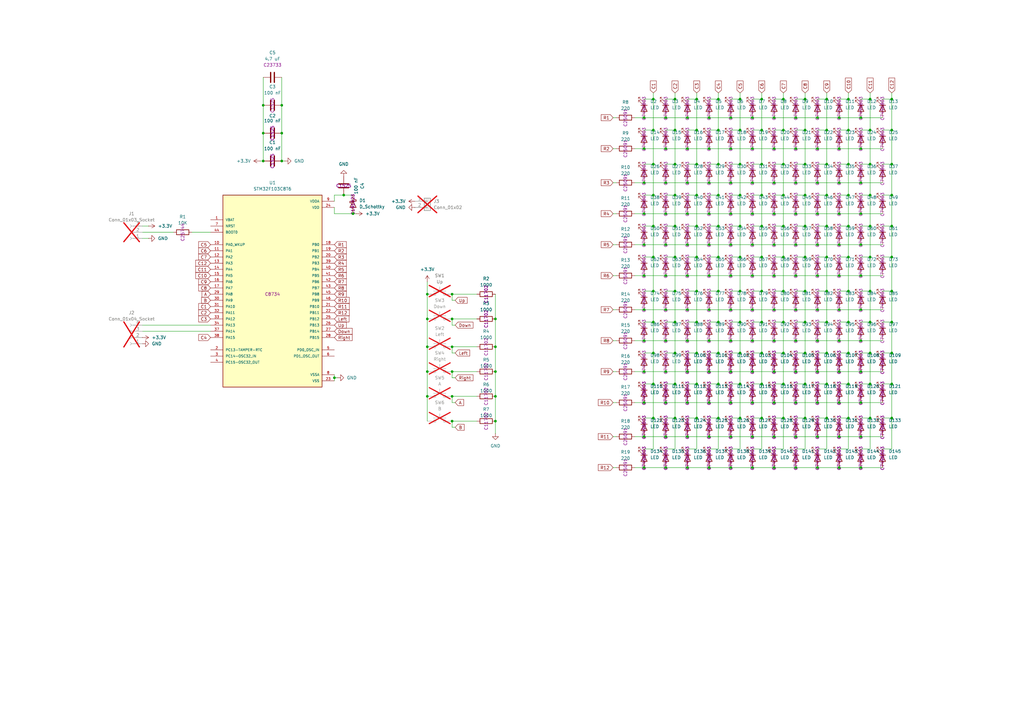
<source format=kicad_sch>
(kicad_sch (version 20250114) (generator "eeschema") (generator_version "9.0")
  (paper "A3")
  (junction (at 267.97 157.48))
  (junction (at 175.26 162.56))
  (junction (at 299.72 48.26))
  (junction (at 326.39 165.1))
  (junction (at 339.09 67.31))
  (junction (at 273.05 113.03))
  (junction (at 308.61 191.77))
  (junction (at 353.06 179.07))
  (junction (at 339.09 171.45))
  (junction (at 294.64 40.64))
  (junction (at 294.64 132.08))
  (junction (at 330.2 171.45))
  (junction (at 347.98 53.34))
  (junction (at 330.2 157.48))
  (junction (at 290.83 113.03))
  (junction (at 326.39 74.93))
  (junction (at 312.42 67.31))
  (junction (at 353.06 191.77))
  (junction (at 285.75 80.01))
  (junction (at 290.83 127))
  (junction (at 115.57 43.18))
  (junction (at 344.17 165.1))
  (junction (at 185.42 152.4))
  (junction (at 317.5 139.7))
  (junction (at 276.86 171.45))
  (junction (at 115.57 66.04))
  (junction (at 276.86 92.71))
  (junction (at 285.75 144.78))
  (junction (at 326.39 87.63))
  (junction (at 347.98 144.78))
  (junction (at 290.83 74.93))
  (junction (at 281.94 127))
  (junction (at 285.75 67.31))
  (junction (at 308.61 113.03))
  (junction (at 312.42 157.48))
  (junction (at 317.5 179.07))
  (junction (at 317.5 165.1))
  (junction (at 299.72 60.96))
  (junction (at 290.83 179.07))
  (junction (at 294.64 157.48))
  (junction (at 365.76 132.08))
  (junction (at 335.28 165.1))
  (junction (at 303.53 157.48))
  (junction (at 299.72 100.33))
  (junction (at 276.86 53.34))
  (junction (at 299.72 152.4))
  (junction (at 339.09 80.01))
  (junction (at 356.87 144.78))
  (junction (at 365.76 80.01))
  (junction (at 276.86 40.64))
  (junction (at 312.42 40.64))
  (junction (at 339.09 119.38))
  (junction (at 267.97 144.78))
  (junction (at 281.94 48.26))
  (junction (at 285.75 53.34))
  (junction (at 312.42 171.45))
  (junction (at 140.97 80.01))
  (junction (at 335.28 179.07))
  (junction (at 365.76 92.71))
  (junction (at 290.83 165.1))
  (junction (at 294.64 144.78))
  (junction (at 321.31 171.45))
  (junction (at 299.72 87.63))
  (junction (at 308.61 60.96))
  (junction (at 175.26 130.81))
  (junction (at 317.5 74.93))
  (junction (at 294.64 105.41))
  (junction (at 264.16 179.07))
  (junction (at 326.39 127))
  (junction (at 303.53 80.01))
  (junction (at 281.94 60.96))
  (junction (at 353.06 100.33))
  (junction (at 273.05 179.07))
  (junction (at 347.98 119.38))
  (junction (at 365.76 157.48))
  (junction (at 321.31 92.71))
  (junction (at 299.72 74.93))
  (junction (at 264.16 139.7))
  (junction (at 344.17 191.77))
  (junction (at 347.98 171.45))
  (junction (at 344.17 152.4))
  (junction (at 317.5 60.96))
  (junction (at 273.05 87.63))
  (junction (at 356.87 92.71))
  (junction (at 185.42 142.24))
  (junction (at 326.39 48.26))
  (junction (at 294.64 119.38))
  (junction (at 321.31 40.64))
  (junction (at 294.64 67.31))
  (junction (at 308.61 139.7))
  (junction (at 281.94 113.03))
  (junction (at 326.39 60.96))
  (junction (at 290.83 139.7))
  (junction (at 175.26 142.24))
  (junction (at 312.42 119.38))
  (junction (at 312.42 53.34))
  (junction (at 185.42 120.65))
  (junction (at 365.76 119.38))
  (junction (at 299.72 113.03))
  (junction (at 344.17 113.03))
  (junction (at 335.28 113.03))
  (junction (at 326.39 139.7))
  (junction (at 285.75 119.38))
  (junction (at 335.28 152.4))
  (junction (at 308.61 74.93))
  (junction (at 335.28 127))
  (junction (at 185.42 162.56))
  (junction (at 276.86 119.38))
  (junction (at 299.72 179.07))
  (junction (at 273.05 127))
  (junction (at 308.61 100.33))
  (junction (at 290.83 100.33))
  (junction (at 353.06 87.63))
  (junction (at 321.31 80.01))
  (junction (at 276.86 80.01))
  (junction (at 303.53 92.71))
  (junction (at 267.97 105.41))
  (junction (at 335.28 100.33))
  (junction (at 312.42 132.08))
  (junction (at 267.97 67.31))
  (junction (at 267.97 40.64))
  (junction (at 267.97 53.34))
  (junction (at 317.5 191.77))
  (junction (at 264.16 87.63))
  (junction (at 347.98 67.31))
  (junction (at 330.2 105.41))
  (junction (at 281.94 179.07))
  (junction (at 353.06 74.93))
  (junction (at 317.5 152.4))
  (junction (at 353.06 113.03))
  (junction (at 107.95 43.18))
  (junction (at 339.09 53.34))
  (junction (at 299.72 191.77))
  (junction (at 267.97 80.01))
  (junction (at 299.72 127))
  (junction (at 290.83 152.4))
  (junction (at 365.76 144.78))
  (junction (at 264.16 152.4))
  (junction (at 356.87 132.08))
  (junction (at 303.53 40.64))
  (junction (at 356.87 40.64))
  (junction (at 285.75 105.41))
  (junction (at 353.06 48.26))
  (junction (at 312.42 105.41))
  (junction (at 347.98 40.64))
  (junction (at 281.94 87.63))
  (junction (at 321.31 105.41))
  (junction (at 175.26 152.4))
  (junction (at 330.2 53.34))
  (junction (at 203.2 152.4))
  (junction (at 317.5 87.63))
  (junction (at 344.17 179.07))
  (junction (at 264.16 165.1))
  (junction (at 356.87 157.48))
  (junction (at 330.2 40.64))
  (junction (at 347.98 157.48))
  (junction (at 365.76 40.64))
  (junction (at 285.75 92.71))
  (junction (at 175.26 120.65))
  (junction (at 344.17 87.63))
  (junction (at 339.09 105.41))
  (junction (at 281.94 191.77))
  (junction (at 353.06 165.1))
  (junction (at 365.76 53.34))
  (junction (at 203.2 162.56))
  (junction (at 308.61 179.07))
  (junction (at 353.06 127))
  (junction (at 344.17 74.93))
  (junction (at 290.83 191.77))
  (junction (at 347.98 92.71))
  (junction (at 273.05 139.7))
  (junction (at 185.42 130.81))
  (junction (at 365.76 171.45))
  (junction (at 312.42 80.01))
  (junction (at 264.16 191.77))
  (junction (at 317.5 100.33))
  (junction (at 321.31 67.31))
  (junction (at 303.53 119.38))
  (junction (at 281.94 152.4))
  (junction (at 294.64 80.01))
  (junction (at 312.42 144.78))
  (junction (at 321.31 119.38))
  (junction (at 273.05 74.93))
  (junction (at 321.31 132.08))
  (junction (at 330.2 80.01))
  (junction (at 317.5 127))
  (junction (at 303.53 53.34))
  (junction (at 290.83 87.63))
  (junction (at 353.06 152.4))
  (junction (at 356.87 171.45))
  (junction (at 281.94 139.7))
  (junction (at 264.16 127))
  (junction (at 185.42 172.72))
  (junction (at 267.97 92.71))
  (junction (at 303.53 105.41))
  (junction (at 308.61 87.63))
  (junction (at 335.28 139.7))
  (junction (at 285.75 132.08))
  (junction (at 264.16 113.03))
  (junction (at 344.17 48.26))
  (junction (at 264.16 100.33))
  (junction (at 281.94 100.33))
  (junction (at 335.28 60.96))
  (junction (at 308.61 48.26))
  (junction (at 273.05 48.26))
  (junction (at 347.98 80.01))
  (junction (at 285.75 171.45))
  (junction (at 273.05 60.96))
  (junction (at 273.05 191.77))
  (junction (at 264.16 48.26))
  (junction (at 365.76 67.31))
  (junction (at 344.17 139.7))
  (junction (at 273.05 165.1))
  (junction (at 290.83 60.96))
  (junction (at 285.75 40.64))
  (junction (at 347.98 105.41))
  (junction (at 339.09 132.08))
  (junction (at 299.72 139.7))
  (junction (at 312.42 92.71))
  (junction (at 107.95 66.04))
  (junction (at 294.64 53.34))
  (junction (at 115.57 54.61))
  (junction (at 353.06 60.96))
  (junction (at 347.98 132.08))
  (junction (at 203.2 142.24))
  (junction (at 276.86 132.08))
  (junction (at 321.31 157.48))
  (junction (at 339.09 144.78))
  (junction (at 273.05 152.4))
  (junction (at 344.17 127))
  (junction (at 330.2 92.71))
  (junction (at 321.31 53.34))
  (junction (at 281.94 74.93))
  (junction (at 356.87 53.34))
  (junction (at 326.39 100.33))
  (junction (at 330.2 132.08))
  (junction (at 203.2 130.81))
  (junction (at 303.53 144.78))
  (junction (at 276.86 67.31))
  (junction (at 308.61 127))
  (junction (at 273.05 100.33))
  (junction (at 317.5 48.26))
  (junction (at 267.97 119.38))
  (junction (at 326.39 191.77))
  (junction (at 285.75 157.48))
  (junction (at 339.09 157.48))
  (junction (at 281.94 165.1))
  (junction (at 317.5 113.03))
  (junction (at 144.78 87.63))
  (junction (at 356.87 67.31))
  (junction (at 335.28 48.26))
  (junction (at 290.83 48.26))
  (junction (at 276.86 105.41))
  (junction (at 264.16 60.96))
  (junction (at 335.28 87.63))
  (junction (at 330.2 144.78))
  (junction (at 339.09 92.71))
  (junction (at 276.86 144.78))
  (junction (at 308.61 152.4))
  (junction (at 339.09 40.64))
  (junction (at 353.06 139.7))
  (junction (at 330.2 67.31))
  (junction (at 137.16 154.94))
  (junction (at 335.28 191.77))
  (junction (at 294.64 171.45))
  (junction (at 326.39 179.07))
  (junction (at 303.53 171.45))
  (junction (at 356.87 105.41))
  (junction (at 294.64 92.71))
  (junction (at 303.53 67.31))
  (junction (at 267.97 171.45))
  (junction (at 203.2 172.72))
  (junction (at 326.39 152.4))
  (junction (at 299.72 165.1))
  (junction (at 335.28 74.93))
  (junction (at 344.17 100.33))
  (junction (at 276.86 157.48))
  (junction (at 365.76 105.41))
  (junction (at 267.97 132.08))
  (junction (at 321.31 144.78))
  (junction (at 356.87 119.38))
  (junction (at 308.61 165.1))
  (junction (at 303.53 132.08))
  (junction (at 344.17 60.96))
  (junction (at 326.39 113.03))
  (junction (at 264.16 74.93))
  (junction (at 107.95 54.61))
  (junction (at 356.87 80.01))
  (junction (at 330.2 119.38))
  (wire (pts (xy 347.98 40.64) (xy 347.98 53.34)))
  (wire (pts (xy 137.16 154.94) (xy 137.16 156.21)))
  (wire (pts (xy 281.94 152.4) (xy 290.83 152.4)))
  (wire (pts (xy 285.75 38.1) (xy 285.75 40.64)))
  (wire (pts (xy 317.5 60.96) (xy 326.39 60.96)))
  (wire (pts (xy 347.98 67.31) (xy 347.98 80.01)))
  (wire (pts (xy 107.95 31.75) (xy 107.95 43.18)))
  (wire (pts (xy 326.39 144.78) (xy 330.2 144.78)))
  (wire (pts (xy 281.94 48.26) (xy 290.83 48.26)))
  (wire (pts (xy 335.28 53.34) (xy 339.09 53.34)))
  (wire (pts (xy 185.42 133.35) (xy 185.42 130.81)))
  (wire (pts (xy 251.46 87.63) (xy 252.73 87.63)))
  (wire (pts (xy 335.28 132.08) (xy 339.09 132.08)))
  (wire (pts (xy 260.35 100.33) (xy 264.16 100.33)))
  (wire (pts (xy 308.61 87.63) (xy 317.5 87.63)))
  (wire (pts (xy 116.84 66.04) (xy 115.57 66.04)))
  (wire (pts (xy 308.61 184.15) (xy 312.42 184.15)))
  (wire (pts (xy 251.46 127) (xy 252.73 127)))
  (wire (pts (xy 251.46 152.4) (xy 252.73 152.4)))
  (wire (pts (xy 175.26 115.57) (xy 175.26 120.65)))
  (wire (pts (xy 175.26 120.65) (xy 175.26 130.81)))
  (wire (pts (xy 365.76 132.08) (xy 365.76 144.78)))
  (wire (pts (xy 285.75 105.41) (xy 285.75 119.38)))
  (wire (pts (xy 361.95 80.01) (xy 365.76 80.01)))
  (wire (pts (xy 312.42 80.01) (xy 312.42 92.71)))
  (wire (pts (xy 290.83 48.26) (xy 299.72 48.26)))
  (wire (pts (xy 344.17 165.1) (xy 353.06 165.1)))
  (wire (pts (xy 356.87 157.48) (xy 356.87 171.45)))
  (wire (pts (xy 290.83 113.03) (xy 299.72 113.03)))
  (wire (pts (xy 264.16 179.07) (xy 273.05 179.07)))
  (wire (pts (xy 290.83 40.64) (xy 294.64 40.64)))
  (wire (pts (xy 185.42 172.72) (xy 185.42 175.26)))
  (wire (pts (xy 273.05 105.41) (xy 276.86 105.41)))
  (wire (pts (xy 365.76 144.78) (xy 365.76 157.48)))
  (wire (pts (xy 267.97 92.71) (xy 267.97 105.41)))
  (wire (pts (xy 353.06 40.64) (xy 356.87 40.64)))
  (wire (pts (xy 317.5 80.01) (xy 321.31 80.01)))
  (wire (pts (xy 290.83 80.01) (xy 294.64 80.01)))
  (wire (pts (xy 326.39 184.15) (xy 330.2 184.15)))
  (wire (pts (xy 344.17 132.08) (xy 347.98 132.08)))
  (wire (pts (xy 353.06 191.77) (xy 361.95 191.77)))
  (wire (pts (xy 303.53 92.71) (xy 303.53 105.41)))
  (wire (pts (xy 317.5 152.4) (xy 326.39 152.4)))
  (wire (pts (xy 285.75 40.64) (xy 285.75 53.34)))
  (wire (pts (xy 330.2 171.45) (xy 330.2 184.15)))
  (wire (pts (xy 335.28 87.63) (xy 344.17 87.63)))
  (wire (pts (xy 285.75 132.08) (xy 285.75 144.78)))
  (wire (pts (xy 294.64 119.38) (xy 294.64 132.08)))
  (wire (pts (xy 356.87 132.08) (xy 356.87 144.78)))
  (wire (pts (xy 285.75 144.78) (xy 285.75 157.48)))
  (wire (pts (xy 303.53 144.78) (xy 303.53 157.48)))
  (wire (pts (xy 344.17 53.34) (xy 347.98 53.34)))
  (wire (pts (xy 281.94 67.31) (xy 285.75 67.31)))
  (wire (pts (xy 347.98 132.08) (xy 347.98 144.78)))
  (wire (pts (xy 353.06 74.93) (xy 361.95 74.93)))
  (wire (pts (xy 185.42 165.1) (xy 185.42 162.56)))
  (wire (pts (xy 308.61 132.08) (xy 312.42 132.08)))
  (wire (pts (xy 361.95 157.48) (xy 365.76 157.48)))
  (wire (pts (xy 326.39 157.48) (xy 330.2 157.48)))
  (wire (pts (xy 339.09 80.01) (xy 339.09 92.71)))
  (wire (pts (xy 308.61 113.03) (xy 317.5 113.03)))
  (wire (pts (xy 281.94 105.41) (xy 285.75 105.41)))
  (wire (pts (xy 339.09 171.45) (xy 339.09 184.15)))
  (wire (pts (xy 344.17 184.15) (xy 347.98 184.15)))
  (wire (pts (xy 303.53 40.64) (xy 303.53 53.34)))
  (wire (pts (xy 285.75 53.34) (xy 285.75 67.31)))
  (wire (pts (xy 273.05 74.93) (xy 281.94 74.93)))
  (wire (pts (xy 361.95 184.15) (xy 365.76 184.15)))
  (wire (pts (xy 186.69 123.19) (xy 185.42 123.19)))
  (wire (pts (xy 290.83 100.33) (xy 299.72 100.33)))
  (wire (pts (xy 356.87 171.45) (xy 356.87 184.15)))
  (wire (pts (xy 285.75 171.45) (xy 285.75 184.15)))
  (wire (pts (xy 344.17 92.71) (xy 347.98 92.71)))
  (wire (pts (xy 273.05 157.48) (xy 276.86 157.48)))
  (wire (pts (xy 290.83 157.48) (xy 294.64 157.48)))
  (wire (pts (xy 260.35 127) (xy 264.16 127)))
  (wire (pts (xy 344.17 105.41) (xy 347.98 105.41)))
  (wire (pts (xy 290.83 171.45) (xy 294.64 171.45)))
  (wire (pts (xy 326.39 139.7) (xy 335.28 139.7)))
  (wire (pts (xy 312.42 171.45) (xy 312.42 184.15)))
  (wire (pts (xy 58.42 92.71) (xy 60.96 92.71)))
  (wire (pts (xy 260.35 139.7) (xy 264.16 139.7)))
  (wire (pts (xy 330.2 53.34) (xy 330.2 67.31)))
  (wire (pts (xy 264.16 152.4) (xy 273.05 152.4)))
  (wire (pts (xy 276.86 92.71) (xy 276.86 105.41)))
  (wire (pts (xy 273.05 165.1) (xy 281.94 165.1)))
  (wire (pts (xy 299.72 184.15) (xy 303.53 184.15)))
  (wire (pts (xy 321.31 132.08) (xy 321.31 144.78)))
  (wire (pts (xy 308.61 127) (xy 317.5 127)))
  (wire (pts (xy 294.64 38.1) (xy 294.64 40.64)))
  (wire (pts (xy 299.72 92.71) (xy 303.53 92.71)))
  (wire (pts (xy 326.39 165.1) (xy 335.28 165.1)))
  (wire (pts (xy 308.61 92.71) (xy 312.42 92.71)))
  (wire (pts (xy 353.06 87.63) (xy 361.95 87.63)))
  (wire (pts (xy 186.69 154.94) (xy 185.42 154.94)))
  (wire (pts (xy 185.42 154.94) (xy 185.42 152.4)))
  (wire (pts (xy 335.28 152.4) (xy 344.17 152.4)))
  (wire (pts (xy 317.5 105.41) (xy 321.31 105.41)))
  (wire (pts (xy 326.39 48.26) (xy 335.28 48.26)))
  (wire (pts (xy 290.83 119.38) (xy 294.64 119.38)))
  (wire (pts (xy 344.17 60.96) (xy 353.06 60.96)))
  (wire (pts (xy 303.53 157.48) (xy 303.53 171.45)))
  (wire (pts (xy 299.72 127) (xy 308.61 127)))
  (wire (pts (xy 251.46 100.33) (xy 252.73 100.33)))
  (wire (pts (xy 365.76 105.41) (xy 365.76 119.38)))
  (wire (pts (xy 317.5 53.34) (xy 321.31 53.34)))
  (wire (pts (xy 353.06 184.15) (xy 356.87 184.15)))
  (wire (pts (xy 308.61 152.4) (xy 317.5 152.4)))
  (wire (pts (xy 260.35 152.4) (xy 264.16 152.4)))
  (wire (pts (xy 335.28 184.15) (xy 339.09 184.15)))
  (wire (pts (xy 299.72 191.77) (xy 308.61 191.77)))
  (wire (pts (xy 273.05 179.07) (xy 281.94 179.07)))
  (wire (pts (xy 137.16 85.09) (xy 137.16 87.63)))
  (wire (pts (xy 326.39 40.64) (xy 330.2 40.64)))
  (wire (pts (xy 137.16 153.67) (xy 137.16 154.94)))
  (wire (pts (xy 146.05 87.63) (xy 144.78 87.63)))
  (wire (pts (xy 273.05 60.96) (xy 281.94 60.96)))
  (wire (pts (xy 203.2 172.72) (xy 203.2 177.8)))
  (wire (pts (xy 203.2 142.24) (xy 203.2 152.4)))
  (wire (pts (xy 335.28 127) (xy 344.17 127)))
  (wire (pts (xy 294.64 157.48) (xy 294.64 171.45)))
  (wire (pts (xy 273.05 184.15) (xy 276.86 184.15)))
  (wire (pts (xy 260.35 179.07) (xy 264.16 179.07)))
  (wire (pts (xy 321.31 40.64) (xy 321.31 53.34)))
  (wire (pts (xy 335.28 80.01) (xy 339.09 80.01)))
  (wire (pts (xy 276.86 171.45) (xy 276.86 184.15)))
  (wire (pts (xy 290.83 92.71) (xy 294.64 92.71)))
  (wire (pts (xy 317.5 171.45) (xy 321.31 171.45)))
  (wire (pts (xy 330.2 144.78) (xy 330.2 157.48)))
  (wire (pts (xy 264.16 127) (xy 273.05 127)))
  (wire (pts (xy 281.94 40.64) (xy 285.75 40.64)))
  (wire (pts (xy 317.5 74.93) (xy 326.39 74.93)))
  (wire (pts (xy 260.35 74.93) (xy 264.16 74.93)))
  (wire (pts (xy 317.5 113.03) (xy 326.39 113.03)))
  (wire (pts (xy 347.98 80.01) (xy 347.98 92.71)))
  (wire (pts (xy 290.83 87.63) (xy 299.72 87.63)))
  (wire (pts (xy 308.61 40.64) (xy 312.42 40.64)))
  (wire (pts (xy 267.97 157.48) (xy 267.97 171.45)))
  (wire (pts (xy 273.05 127) (xy 281.94 127)))
  (wire (pts (xy 273.05 152.4) (xy 281.94 152.4)))
  (wire (pts (xy 299.72 179.07) (xy 308.61 179.07)))
  (wire (pts (xy 276.86 144.78) (xy 276.86 157.48)))
  (wire (pts (xy 356.87 119.38) (xy 356.87 132.08)))
  (wire (pts (xy 312.42 119.38) (xy 312.42 132.08)))
  (wire (pts (xy 344.17 113.03) (xy 353.06 113.03)))
  (wire (pts (xy 186.69 133.35) (xy 185.42 133.35)))
  (wire (pts (xy 185.42 172.72) (xy 195.58 172.72)))
  (wire (pts (xy 356.87 40.64) (xy 356.87 53.34)))
  (wire (pts (xy 365.76 171.45) (xy 365.76 184.15)))
  (wire (pts (xy 107.95 66.04) (xy 106.68 66.04)))
  (wire (pts (xy 273.05 119.38) (xy 276.86 119.38)))
  (wire (pts (xy 353.06 92.71) (xy 356.87 92.71)))
  (wire (pts (xy 335.28 139.7) (xy 344.17 139.7)))
  (wire (pts (xy 276.86 105.41) (xy 276.86 119.38)))
  (wire (pts (xy 264.16 100.33) (xy 273.05 100.33)))
  (wire (pts (xy 312.42 40.64) (xy 312.42 53.34)))
  (wire (pts (xy 308.61 179.07) (xy 317.5 179.07)))
  (wire (pts (xy 260.35 165.1) (xy 264.16 165.1)))
  (wire (pts (xy 303.53 67.31) (xy 303.53 80.01)))
  (wire (pts (xy 347.98 171.45) (xy 347.98 184.15)))
  (wire (pts (xy 330.2 80.01) (xy 330.2 92.71)))
  (wire (pts (xy 308.61 191.77) (xy 317.5 191.77)))
  (wire (pts (xy 251.46 139.7) (xy 252.73 139.7)))
  (wire (pts (xy 264.16 92.71) (xy 267.97 92.71)))
  (wire (pts (xy 251.46 165.1) (xy 252.73 165.1)))
  (wire (pts (xy 290.83 53.34) (xy 294.64 53.34)))
  (wire (pts (xy 303.53 132.08) (xy 303.53 144.78)))
  (wire (pts (xy 264.16 67.31) (xy 267.97 67.31)))
  (wire (pts (xy 344.17 48.26) (xy 353.06 48.26)))
  (wire (pts (xy 294.64 80.01) (xy 294.64 92.71)))
  (wire (pts (xy 365.76 157.48) (xy 365.76 171.45)))
  (wire (pts (xy 294.64 67.31) (xy 294.64 80.01)))
  (wire (pts (xy 260.35 87.63) (xy 264.16 87.63)))
  (wire (pts (xy 353.06 144.78) (xy 356.87 144.78)))
  (wire (pts (xy 353.06 53.34) (xy 356.87 53.34)))
  (wire (pts (xy 251.46 191.77) (xy 252.73 191.77)))
  (wire (pts (xy 365.76 92.71) (xy 365.76 105.41)))
  (wire (pts (xy 299.72 144.78) (xy 303.53 144.78)))
  (wire (pts (xy 185.42 152.4) (xy 195.58 152.4)))
  (wire (pts (xy 251.46 113.03) (xy 252.73 113.03)))
  (wire (pts (xy 321.31 80.01) (xy 321.31 92.71)))
  (wire (pts (xy 175.26 130.81) (xy 175.26 142.24)))
  (wire (pts (xy 361.95 132.08) (xy 365.76 132.08)))
  (wire (pts (xy 294.64 171.45) (xy 294.64 184.15)))
  (wire (pts (xy 339.09 119.38) (xy 339.09 132.08)))
  (wire (pts (xy 344.17 157.48) (xy 347.98 157.48)))
  (wire (pts (xy 281.94 60.96) (xy 290.83 60.96)))
  (wire (pts (xy 312.42 132.08) (xy 312.42 144.78)))
  (wire (pts (xy 330.2 132.08) (xy 330.2 144.78)))
  (wire (pts (xy 276.86 38.1) (xy 276.86 40.64)))
  (wire (pts (xy 299.72 157.48) (xy 303.53 157.48)))
  (wire (pts (xy 299.72 165.1) (xy 308.61 165.1)))
  (wire (pts (xy 317.5 191.77) (xy 326.39 191.77)))
  (wire (pts (xy 365.76 38.1) (xy 365.76 40.64)))
  (wire (pts (xy 285.75 80.01) (xy 285.75 92.71)))
  (wire (pts (xy 330.2 40.64) (xy 330.2 53.34)))
  (wire (pts (xy 353.06 165.1) (xy 361.95 165.1)))
  (wire (pts (xy 361.95 171.45) (xy 365.76 171.45)))
  (wire (pts (xy 326.39 132.08) (xy 330.2 132.08)))
  (wire (pts (xy 273.05 40.64) (xy 276.86 40.64)))
  (wire (pts (xy 251.46 179.07) (xy 252.73 179.07)))
  (wire (pts (xy 267.97 53.34) (xy 267.97 67.31)))
  (wire (pts (xy 264.16 48.26) (xy 273.05 48.26)))
  (wire (pts (xy 260.35 191.77) (xy 264.16 191.77)))
  (wire (pts (xy 335.28 105.41) (xy 339.09 105.41)))
  (wire (pts (xy 308.61 144.78) (xy 312.42 144.78)))
  (wire (pts (xy 281.94 113.03) (xy 290.83 113.03)))
  (wire (pts (xy 276.86 80.01) (xy 276.86 92.71)))
  (wire (pts (xy 281.94 144.78) (xy 285.75 144.78)))
  (wire (pts (xy 317.5 87.63) (xy 326.39 87.63)))
  (wire (pts (xy 353.06 48.26) (xy 361.95 48.26)))
  (wire (pts (xy 267.97 67.31) (xy 267.97 80.01)))
  (wire (pts (xy 353.06 105.41) (xy 356.87 105.41)))
  (wire (pts (xy 273.05 113.03) (xy 281.94 113.03)))
  (wire (pts (xy 290.83 179.07) (xy 299.72 179.07)))
  (wire (pts (xy 308.61 80.01) (xy 312.42 80.01)))
  (wire (pts (xy 361.95 144.78) (xy 365.76 144.78)))
  (wire (pts (xy 317.5 144.78) (xy 321.31 144.78)))
  (wire (pts (xy 281.94 53.34) (xy 285.75 53.34)))
  (wire (pts (xy 290.83 184.15) (xy 294.64 184.15)))
  (wire (pts (xy 276.86 157.48) (xy 276.86 171.45)))
  (wire (pts (xy 335.28 191.77) (xy 344.17 191.77)))
  (wire (pts (xy 330.2 92.71) (xy 330.2 105.41)))
  (wire (pts (xy 330.2 105.41) (xy 330.2 119.38)))
  (wire (pts (xy 185.42 144.78) (xy 185.42 142.24)))
  (wire (pts (xy 281.94 87.63) (xy 290.83 87.63)))
  (wire (pts (xy 299.72 40.64) (xy 303.53 40.64)))
  (wire (pts (xy 326.39 92.71) (xy 330.2 92.71)))
  (wire (pts (xy 175.26 142.24) (xy 175.26 152.4)))
  (wire (pts (xy 353.06 157.48) (xy 356.87 157.48)))
  (wire (pts (xy 281.94 184.15) (xy 285.75 184.15)))
  (wire (pts (xy 353.06 80.01) (xy 356.87 80.01)))
  (wire (pts (xy 335.28 92.71) (xy 339.09 92.71)))
  (wire (pts (xy 326.39 80.01) (xy 330.2 80.01)))
  (wire (pts (xy 264.16 53.34) (xy 267.97 53.34)))
  (wire (pts (xy 264.16 157.48) (xy 267.97 157.48)))
  (wire (pts (xy 203.2 130.81) (xy 203.2 142.24)))
  (wire (pts (xy 344.17 179.07) (xy 353.06 179.07)))
  (wire (pts (xy 285.75 67.31) (xy 285.75 80.01)))
  (wire (pts (xy 264.16 40.64) (xy 267.97 40.64)))
  (wire (pts (xy 347.98 92.71) (xy 347.98 105.41)))
  (wire (pts (xy 299.72 67.31) (xy 303.53 67.31)))
  (wire (pts (xy 251.46 60.96) (xy 252.73 60.96)))
  (wire (pts (xy 353.06 119.38) (xy 356.87 119.38)))
  (wire (pts (xy 294.64 92.71) (xy 294.64 105.41)))
  (wire (pts (xy 347.98 144.78) (xy 347.98 157.48)))
  (wire (pts (xy 344.17 80.01) (xy 347.98 80.01)))
  (wire (pts (xy 347.98 119.38) (xy 347.98 132.08)))
  (wire (pts (xy 356.87 67.31) (xy 356.87 80.01)))
  (wire (pts (xy 353.06 100.33) (xy 361.95 100.33)))
  (wire (pts (xy 58.42 133.35) (xy 86.36 133.35)))
  (wire (pts (xy 356.87 38.1) (xy 356.87 40.64)))
  (wire (pts (xy 267.97 80.01) (xy 267.97 92.71)))
  (wire (pts (xy 326.39 152.4) (xy 335.28 152.4)))
  (wire (pts (xy 185.42 142.24) (xy 195.58 142.24)))
  (wire (pts (xy 361.95 40.64) (xy 365.76 40.64)))
  (wire (pts (xy 353.06 67.31) (xy 356.87 67.31)))
  (wire (pts (xy 273.05 53.34) (xy 276.86 53.34)))
  (wire (pts (xy 344.17 144.78) (xy 347.98 144.78)))
  (wire (pts (xy 317.5 165.1) (xy 326.39 165.1)))
  (wire (pts (xy 356.87 144.78) (xy 356.87 157.48)))
  (wire (pts (xy 276.86 53.34) (xy 276.86 67.31)))
  (wire (pts (xy 317.5 48.26) (xy 326.39 48.26)))
  (wire (pts (xy 264.16 113.03) (xy 273.05 113.03)))
  (wire (pts (xy 356.87 53.34) (xy 356.87 67.31)))
  (wire (pts (xy 339.09 53.34) (xy 339.09 67.31)))
  (wire (pts (xy 273.05 67.31) (xy 276.86 67.31)))
  (wire (pts (xy 353.06 113.03) (xy 361.95 113.03)))
  (wire (pts (xy 276.86 40.64) (xy 276.86 53.34)))
  (wire (pts (xy 299.72 100.33) (xy 308.61 100.33)))
  (wire (pts (xy 299.72 105.41) (xy 303.53 105.41)))
  (wire (pts (xy 344.17 40.64) (xy 347.98 40.64)))
  (wire (pts (xy 330.2 38.1) (xy 330.2 40.64)))
  (wire (pts (xy 175.26 152.4) (xy 175.26 162.56)))
  (wire (pts (xy 365.76 119.38) (xy 365.76 132.08)))
  (wire (pts (xy 264.16 119.38) (xy 267.97 119.38)))
  (wire (pts (xy 317.5 179.07) (xy 326.39 179.07)))
  (wire (pts (xy 299.72 87.63) (xy 308.61 87.63)))
  (wire (pts (xy 115.57 54.61) (xy 115.57 66.04)))
  (wire (pts (xy 299.72 139.7) (xy 308.61 139.7)))
  (wire (pts (xy 365.76 40.64) (xy 365.76 53.34)))
  (wire (pts (xy 317.5 67.31) (xy 321.31 67.31)))
  (wire (pts (xy 308.61 74.93) (xy 317.5 74.93)))
  (wire (pts (xy 335.28 165.1) (xy 344.17 165.1)))
  (wire (pts (xy 308.61 157.48) (xy 312.42 157.48)))
  (wire (pts (xy 312.42 67.31) (xy 312.42 80.01)))
  (wire (pts (xy 365.76 53.34) (xy 365.76 67.31)))
  (wire (pts (xy 312.42 144.78) (xy 312.42 157.48)))
  (wire (pts (xy 326.39 113.03) (xy 335.28 113.03)))
  (wire (pts (xy 267.97 38.1) (xy 267.97 40.64)))
  (wire (pts (xy 299.72 60.96) (xy 308.61 60.96)))
  (wire (pts (xy 353.06 171.45) (xy 356.87 171.45)))
  (wire (pts (xy 326.39 105.41) (xy 330.2 105.41)))
  (wire (pts (xy 361.95 53.34) (xy 365.76 53.34)))
  (wire (pts (xy 356.87 80.01) (xy 356.87 92.71)))
  (wire (pts (xy 317.5 132.08) (xy 321.31 132.08)))
  (wire (pts (xy 276.86 67.31) (xy 276.86 80.01)))
  (wire (pts (xy 203.2 162.56) (xy 203.2 172.72)))
  (wire (pts (xy 251.46 48.26) (xy 252.73 48.26)))
  (wire (pts (xy 264.16 139.7) (xy 273.05 139.7)))
  (wire (pts (xy 339.09 40.64) (xy 339.09 53.34)))
  (wire (pts (xy 353.06 127) (xy 361.95 127)))
  (wire (pts (xy 281.94 80.01) (xy 285.75 80.01)))
  (wire (pts (xy 347.98 53.34) (xy 347.98 67.31)))
  (wire (pts (xy 299.72 74.93) (xy 308.61 74.93)))
  (wire (pts (xy 339.09 105.41) (xy 339.09 119.38)))
  (wire (pts (xy 299.72 119.38) (xy 303.53 119.38)))
  (wire (pts (xy 273.05 92.71) (xy 276.86 92.71)))
  (wire (pts (xy 294.64 105.41) (xy 294.64 119.38)))
  (wire (pts (xy 264.16 165.1) (xy 273.05 165.1)))
  (wire (pts (xy 326.39 53.34) (xy 330.2 53.34)))
  (wire (pts (xy 317.5 184.15) (xy 321.31 184.15)))
  (wire (pts (xy 290.83 165.1) (xy 299.72 165.1)))
  (wire (pts (xy 58.42 135.89) (xy 86.36 135.89)))
  (wire (pts (xy 356.87 105.41) (xy 356.87 119.38)))
  (wire (pts (xy 264.16 171.45) (xy 267.97 171.45)))
  (wire (pts (xy 344.17 171.45) (xy 347.98 171.45)))
  (wire (pts (xy 264.16 184.15) (xy 267.97 184.15)))
  (wire (pts (xy 273.05 80.01) (xy 276.86 80.01)))
  (wire (pts (xy 344.17 119.38) (xy 347.98 119.38)))
  (wire (pts (xy 144.78 80.01) (xy 140.97 80.01)))
  (wire (pts (xy 335.28 74.93) (xy 344.17 74.93)))
  (wire (pts (xy 264.16 191.77) (xy 273.05 191.77)))
  (wire (pts (xy 303.53 105.41) (xy 303.53 119.38)))
  (wire (pts (xy 264.16 132.08) (xy 267.97 132.08)))
  (wire (pts (xy 267.97 171.45) (xy 267.97 184.15)))
  (wire (pts (xy 285.75 92.71) (xy 285.75 105.41)))
  (wire (pts (xy 281.94 139.7) (xy 290.83 139.7)))
  (wire (pts (xy 251.46 74.93) (xy 252.73 74.93)))
  (wire (pts (xy 281.94 157.48) (xy 285.75 157.48)))
  (wire (pts (xy 281.94 127) (xy 290.83 127)))
  (wire (pts (xy 267.97 132.08) (xy 267.97 144.78)))
  (wire (pts (xy 78.74 95.25) (xy 86.36 95.25)))
  (wire (pts (xy 294.64 132.08) (xy 294.64 144.78)))
  (wire (pts (xy 290.83 139.7) (xy 299.72 139.7)))
  (wire (pts (xy 273.05 144.78) (xy 276.86 144.78)))
  (wire (pts (xy 273.05 48.26) (xy 281.94 48.26)))
  (wire (pts (xy 264.16 60.96) (xy 273.05 60.96)))
  (wire (pts (xy 317.5 119.38) (xy 321.31 119.38)))
  (wire (pts (xy 361.95 105.41) (xy 365.76 105.41)))
  (wire (pts (xy 303.53 119.38) (xy 303.53 132.08)))
  (wire (pts (xy 186.69 165.1) (xy 185.42 165.1)))
  (wire (pts (xy 303.53 38.1) (xy 303.53 40.64)))
  (wire (pts (xy 308.61 48.26) (xy 317.5 48.26)))
  (wire (pts (xy 312.42 105.41) (xy 312.42 119.38)))
  (wire (pts (xy 353.06 60.96) (xy 361.95 60.96)))
  (wire (pts (xy 335.28 48.26) (xy 344.17 48.26)))
  (wire (pts (xy 137.16 80.01) (xy 137.16 82.55)))
  (wire (pts (xy 267.97 144.78) (xy 267.97 157.48)))
  (wire (pts (xy 267.97 105.41) (xy 267.97 119.38)))
  (wire (pts (xy 344.17 67.31) (xy 347.98 67.31)))
  (wire (pts (xy 335.28 100.33) (xy 344.17 100.33)))
  (wire (pts (xy 308.61 119.38) (xy 312.42 119.38)))
  (wire (pts (xy 353.06 152.4) (xy 361.95 152.4)))
  (wire (pts (xy 344.17 139.7) (xy 353.06 139.7)))
  (wire (pts (xy 281.94 92.71) (xy 285.75 92.71)))
  (wire (pts (xy 326.39 87.63) (xy 335.28 87.63)))
  (wire (pts (xy 312.42 157.48) (xy 312.42 171.45)))
  (wire (pts (xy 326.39 100.33) (xy 335.28 100.33)))
  (wire (pts (xy 273.05 87.63) (xy 281.94 87.63)))
  (wire (pts (xy 353.06 132.08) (xy 356.87 132.08)))
  (wire (pts (xy 312.42 53.34) (xy 312.42 67.31)))
  (wire (pts (xy 339.09 38.1) (xy 339.09 40.64)))
  (wire (pts (xy 290.83 60.96) (xy 299.72 60.96)))
  (wire (pts (xy 321.31 157.48) (xy 321.31 171.45)))
  (wire (pts (xy 294.64 53.34) (xy 294.64 67.31)))
  (wire (pts (xy 290.83 132.08) (xy 294.64 132.08)))
  (wire (pts (xy 273.05 191.77) (xy 281.94 191.77)))
  (wire (pts (xy 273.05 132.08) (xy 276.86 132.08)))
  (wire (pts (xy 186.69 144.78) (xy 185.42 144.78)))
  (wire (pts (xy 344.17 100.33) (xy 353.06 100.33)))
  (wire (pts (xy 299.72 48.26) (xy 308.61 48.26)))
  (wire (pts (xy 353.06 179.07) (xy 361.95 179.07)))
  (wire (pts (xy 267.97 40.64) (xy 267.97 53.34)))
  (wire (pts (xy 335.28 119.38) (xy 339.09 119.38)))
  (wire (pts (xy 303.53 53.34) (xy 303.53 67.31)))
  (wire (pts (xy 361.95 67.31) (xy 365.76 67.31)))
  (wire (pts (xy 140.97 80.01) (xy 137.16 80.01)))
  (wire (pts (xy 264.16 87.63) (xy 273.05 87.63)))
  (wire (pts (xy 264.16 144.78) (xy 267.97 144.78)))
  (wire (pts (xy 347.98 157.48) (xy 347.98 171.45)))
  (wire (pts (xy 299.72 80.01) (xy 303.53 80.01)))
  (wire (pts (xy 299.72 132.08) (xy 303.53 132.08)))
  (wire (pts (xy 321.31 38.1) (xy 321.31 40.64)))
  (wire (pts (xy 290.83 191.77) (xy 299.72 191.77)))
  (wire (pts (xy 308.61 53.34) (xy 312.42 53.34)))
  (wire (pts (xy 317.5 92.71) (xy 321.31 92.71)))
  (wire (pts (xy 308.61 100.33) (xy 317.5 100.33)))
  (wire (pts (xy 317.5 127) (xy 326.39 127)))
  (wire (pts (xy 299.72 53.34) (xy 303.53 53.34)))
  (wire (pts (xy 185.42 130.81) (xy 195.58 130.81)))
  (wire (pts (xy 281.94 132.08) (xy 285.75 132.08)))
  (wire (pts (xy 335.28 60.96) (xy 344.17 60.96)))
  (wire (pts (xy 339.09 144.78) (xy 339.09 157.48)))
  (wire (pts (xy 344.17 152.4) (xy 353.06 152.4)))
  (wire (pts (xy 281.94 165.1) (xy 290.83 165.1)))
  (wire (pts (xy 303.53 80.01) (xy 303.53 92.71)))
  (wire (pts (xy 264.16 105.41) (xy 267.97 105.41)))
  (wire (pts (xy 335.28 179.07) (xy 344.17 179.07)))
  (wire (pts (xy 330.2 119.38) (xy 330.2 132.08)))
  (wire (pts (xy 344.17 127) (xy 353.06 127)))
  (wire (pts (xy 339.09 92.71) (xy 339.09 105.41)))
  (wire (pts (xy 361.95 92.71) (xy 365.76 92.71)))
  (wire (pts (xy 285.75 119.38) (xy 285.75 132.08)))
  (wire (pts (xy 344.17 87.63) (xy 353.06 87.63)))
  (wire (pts (xy 273.05 100.33) (xy 281.94 100.33)))
  (wire (pts (xy 260.35 48.26) (xy 264.16 48.26)))
  (wire (pts (xy 273.05 171.45) (xy 276.86 171.45)))
  (wire (pts (xy 290.83 127) (xy 299.72 127)))
  (wire (pts (xy 137.16 154.94) (xy 138.43 154.94)))
  (wire (pts (xy 107.95 43.18) (xy 107.95 54.61)))
  (wire (pts (xy 326.39 191.77) (xy 335.28 191.77)))
  (wire (pts (xy 353.06 139.7) (xy 361.95 139.7)))
  (wire (pts (xy 356.87 92.71) (xy 356.87 105.41)))
  (wire (pts (xy 185.42 120.65) (xy 195.58 120.65)))
  (wire (pts (xy 185.42 120.65) (xy 185.42 123.19)))
  (wire (pts (xy 203.2 152.4) (xy 203.2 162.56)))
  (wire (pts (xy 330.2 67.31) (xy 330.2 80.01)))
  (wire (pts (xy 335.28 144.78) (xy 339.09 144.78)))
  (wire (pts (xy 260.35 60.96) (xy 264.16 60.96)))
  (wire (pts (xy 321.31 92.71) (xy 321.31 105.41)))
  (wire (pts (xy 326.39 127) (xy 335.28 127)))
  (wire (pts (xy 290.83 74.93) (xy 299.72 74.93)))
  (wire (pts (xy 137.16 87.63) (xy 144.78 87.63)))
  (wire (pts (xy 264.16 74.93) (xy 273.05 74.93)))
  (wire (pts (xy 326.39 119.38) (xy 330.2 119.38)))
  (wire (pts (xy 339.09 157.48) (xy 339.09 171.45)))
  (wire (pts (xy 361.95 119.38) (xy 365.76 119.38)))
  (wire (pts (xy 312.42 38.1) (xy 312.42 40.64)))
  (wire (pts (xy 339.09 132.08) (xy 339.09 144.78)))
  (wire (pts (xy 308.61 60.96) (xy 317.5 60.96)))
  (wire (pts (xy 339.09 67.31) (xy 339.09 80.01)))
  (wire (pts (xy 321.31 53.34) (xy 321.31 67.31)))
  (wire (pts (xy 321.31 119.38) (xy 321.31 132.08)))
  (wire (pts (xy 326.39 67.31) (xy 330.2 67.31)))
  (wire (pts (xy 58.42 97.79) (xy 60.96 97.79)))
  (wire (pts (xy 317.5 139.7) (xy 326.39 139.7)))
  (wire (pts (xy 281.94 179.07) (xy 290.83 179.07)))
  (wire (pts (xy 303.53 171.45) (xy 303.53 184.15)))
  (wire (pts (xy 264.16 80.01) (xy 267.97 80.01)))
  (wire (pts (xy 321.31 171.45) (xy 321.31 184.15)))
  (wire (pts (xy 299.72 152.4) (xy 308.61 152.4)))
  (wire (pts (xy 294.64 144.78) (xy 294.64 157.48)))
  (wire (pts (xy 330.2 157.48) (xy 330.2 171.45)))
  (wire (pts (xy 186.69 175.26) (xy 185.42 175.26)))
  (wire (pts (xy 317.5 157.48) (xy 321.31 157.48)))
  (wire (pts (xy 335.28 113.03) (xy 344.17 113.03)))
  (wire (pts (xy 347.98 38.1) (xy 347.98 40.64)))
  (wire (pts (xy 276.86 119.38) (xy 276.86 132.08)))
  (wire (pts (xy 294.64 40.64) (xy 294.64 53.34)))
  (wire (pts (xy 365.76 80.01) (xy 365.76 92.71)))
  (wire (pts (xy 308.61 67.31) (xy 312.42 67.31)))
  (wire (pts (xy 365.76 67.31) (xy 365.76 80.01)))
  (wire (pts (xy 260.35 113.03) (xy 264.16 113.03)))
  (wire (pts (xy 335.28 40.64) (xy 339.09 40.64)))
  (wire (pts (xy 290.83 67.31) (xy 294.64 67.31)))
  (wire (pts (xy 335.28 171.45) (xy 339.09 171.45)))
  (wire (pts (xy 267.97 119.38) (xy 267.97 132.08)))
  (wire (pts (xy 335.28 157.48) (xy 339.09 157.48)))
  (wire (pts (xy 290.83 152.4) (xy 299.72 152.4)))
  (wire (pts (xy 344.17 191.77) (xy 353.06 191.77)))
  (wire (pts (xy 281.94 171.45) (xy 285.75 171.45)))
  (wire (pts (xy 308.61 165.1) (xy 317.5 165.1)))
  (wire (pts (xy 299.72 113.03) (xy 308.61 113.03)))
  (wire (pts (xy 326.39 179.07) (xy 335.28 179.07)))
  (wire (pts (xy 185.42 162.56) (xy 195.58 162.56)))
  (wire (pts (xy 281.94 191.77) (xy 290.83 191.77)))
  (wire (pts (xy 58.42 95.25) (xy 71.12 95.25)))
  (wire (pts (xy 308.61 105.41) (xy 312.42 105.41)))
  (wire (pts (xy 312.42 92.71) (xy 312.42 105.41)))
  (wire (pts (xy 281.94 100.33) (xy 290.83 100.33)))
  (wire (pts (xy 281.94 119.38) (xy 285.75 119.38)))
  (wire (pts (xy 308.61 139.7) (xy 317.5 139.7)))
  (wire (pts (xy 326.39 60.96) (xy 335.28 60.96)))
  (wire (pts (xy 347.98 105.41) (xy 347.98 119.38)))
  (wire (pts (xy 321.31 105.41) (xy 321.31 119.38)))
  (wire (pts (xy 281.94 74.93) (xy 290.83 74.93)))
  (wire (pts (xy 321.31 144.78) (xy 321.31 157.48)))
  (wire (pts (xy 290.83 105.41) (xy 294.64 105.41)))
  (wire (pts (xy 285.75 157.48) (xy 285.75 171.45)))
  (wire (pts (xy 203.2 120.65) (xy 203.2 130.81)))
  (wire (pts (xy 317.5 40.64) (xy 321.31 40.64)))
  (wire (pts (xy 344.17 74.93) (xy 353.06 74.93)))
  (wire (pts (xy 326.39 171.45) (xy 330.2 171.45)))
  (wire (pts (xy 299.72 171.45) (xy 303.53 171.45)))
  (wire (pts (xy 317.5 100.33) (xy 326.39 100.33)))
  (wire (pts (xy 276.86 132.08) (xy 276.86 144.78)))
  (wire (pts (xy 175.26 162.56) (xy 175.26 172.72)))
  (wire (pts (xy 308.61 171.45) (xy 312.42 171.45)))
  (wire (pts (xy 290.83 144.78) (xy 294.64 144.78)))
  (wire (pts (xy 321.31 67.31) (xy 321.31 80.01)))
  (wire (pts (xy 326.39 74.93) (xy 335.28 74.93)))
  (wire (pts (xy 273.05 139.7) (xy 281.94 139.7)))
  (wire (pts (xy 115.57 31.75) (xy 115.57 43.18)))
  (wire (pts (xy 115.57 43.18) (xy 115.57 54.61)))
  (wire (pts (xy 107.95 54.61) (xy 107.95 66.04)))
  (wire (pts (xy 335.28 67.31) (xy 339.09 67.31)))
  (global_label "R6" (shape input) (at 251.46 113.03 180) (property "Intersheetrefs" "${INTERSHEET_REFS}" (effects (hide yes))))
  (global_label "R1" (shape input) (at 137.16 100.33 0) (property "Intersheetrefs" "${INTERSHEET_REFS}" (effects (hide yes))))
  (global_label "R1" (shape input) (at 251.46 48.26 180) (property "Intersheetrefs" "${INTERSHEET_REFS}" (effects (hide yes))))
  (global_label "R11" (shape input) (at 251.46 179.07 180) (property "Intersheetrefs" "${INTERSHEET_REFS}" (effects (hide yes))))
  (global_label "C8" (shape input) (at 330.2 38.1 90) (property "Intersheetrefs" "${INTERSHEET_REFS}" (effects (hide yes))))
  (global_label "R7" (shape input) (at 137.16 115.57 0) (property "Intersheetrefs" "${INTERSHEET_REFS}" (effects (hide yes))))
  (global_label "Up" (shape input) (at 137.16 133.35 0) (property "Intersheetrefs" "${INTERSHEET_REFS}" (effects (hide yes))))
  (global_label "Left" (shape input) (at 186.69 144.78 0) (property "Intersheetrefs" "${INTERSHEET_REFS}" (effects (hide yes))))
  (global_label "A" (shape input) (at 186.69 165.1 0) (property "Intersheetrefs" "${INTERSHEET_REFS}" (effects (hide yes))))
  (global_label "C11" (shape input) (at 86.36 110.49 180) (property "Intersheetrefs" "${INTERSHEET_REFS}" (effects (hide yes))))
  (global_label "R3" (shape input) (at 251.46 74.93 180) (property "Intersheetrefs" "${INTERSHEET_REFS}" (effects (hide yes))))
  (global_label "R4" (shape input) (at 137.16 107.95 0) (property "Intersheetrefs" "${INTERSHEET_REFS}" (effects (hide yes))))
  (global_label "Down" (shape input) (at 186.69 133.35 0) (property "Intersheetrefs" "${INTERSHEET_REFS}" (effects (hide yes))))
  (global_label "R2" (shape input) (at 251.46 60.96 180) (property "Intersheetrefs" "${INTERSHEET_REFS}" (effects (hide yes))))
  (global_label "R10" (shape input) (at 251.46 165.1 180) (property "Intersheetrefs" "${INTERSHEET_REFS}" (effects (hide yes))))
  (global_label "C2" (shape input) (at 86.36 128.27 180) (property "Intersheetrefs" "${INTERSHEET_REFS}" (effects (hide yes))))
  (global_label "C11" (shape input) (at 356.87 38.1 90) (property "Intersheetrefs" "${INTERSHEET_REFS}" (effects (hide yes))))
  (global_label "R5" (shape input) (at 251.46 100.33 180) (property "Intersheetrefs" "${INTERSHEET_REFS}" (effects (hide yes))))
  (global_label "R3" (shape input) (at 137.16 105.41 0) (property "Intersheetrefs" "${INTERSHEET_REFS}" (effects (hide yes))))
  (global_label "C10" (shape input) (at 347.98 38.1 90) (property "Intersheetrefs" "${INTERSHEET_REFS}" (effects (hide yes))))
  (global_label "R5" (shape input) (at 137.16 110.49 0) (property "Intersheetrefs" "${INTERSHEET_REFS}" (effects (hide yes))))
  (global_label "C9" (shape input) (at 86.36 115.57 180) (property "Intersheetrefs" "${INTERSHEET_REFS}" (effects (hide yes))))
  (global_label "A" (shape input) (at 86.36 120.65 180) (property "Intersheetrefs" "${INTERSHEET_REFS}" (effects (hide yes))))
  (global_label "C3" (shape input) (at 86.36 130.81 180) (property "Intersheetrefs" "${INTERSHEET_REFS}" (effects (hide yes))))
  (global_label "B" (shape input) (at 86.36 123.19 180) (property "Intersheetrefs" "${INTERSHEET_REFS}" (effects (hide yes))))
  (global_label "C12" (shape input) (at 365.76 38.1 90) (property "Intersheetrefs" "${INTERSHEET_REFS}" (effects (hide yes))))
  (global_label "C6" (shape input) (at 86.36 102.87 180) (property "Intersheetrefs" "${INTERSHEET_REFS}" (effects (hide yes))))
  (global_label "C6" (shape input) (at 312.42 38.1 90) (property "Intersheetrefs" "${INTERSHEET_REFS}" (effects (hide yes))))
  (global_label "R9" (shape input) (at 137.16 120.65 0) (property "Intersheetrefs" "${INTERSHEET_REFS}" (effects (hide yes))))
  (global_label "C3" (shape input) (at 285.75 38.1 90) (property "Intersheetrefs" "${INTERSHEET_REFS}" (effects (hide yes))))
  (global_label "C5" (shape input) (at 86.36 100.33 180) (property "Intersheetrefs" "${INTERSHEET_REFS}" (effects (hide yes))))
  (global_label "C12" (shape input) (at 86.36 107.95 180) (property "Intersheetrefs" "${INTERSHEET_REFS}" (effects (hide yes))))
  (global_label "C5" (shape input) (at 303.53 38.1 90) (property "Intersheetrefs" "${INTERSHEET_REFS}" (effects (hide yes))))
  (global_label "R11" (shape input) (at 137.16 125.73 0) (property "Intersheetrefs" "${INTERSHEET_REFS}" (effects (hide yes))))
  (global_label "Down" (shape input) (at 137.16 135.89 0) (property "Intersheetrefs" "${INTERSHEET_REFS}" (effects (hide yes))))
  (global_label "R12" (shape input) (at 251.46 191.77 180) (property "Intersheetrefs" "${INTERSHEET_REFS}" (effects (hide yes))))
  (global_label "R4" (shape input) (at 251.46 87.63 180) (property "Intersheetrefs" "${INTERSHEET_REFS}" (effects (hide yes))))
  (global_label "C2" (shape input) (at 276.86 38.1 90) (property "Intersheetrefs" "${INTERSHEET_REFS}" (effects (hide yes))))
  (global_label "C8" (shape input) (at 86.36 118.11 180) (property "Intersheetrefs" "${INTERSHEET_REFS}" (effects (hide yes))))
  (global_label "C7" (shape input) (at 321.31 38.1 90) (property "Intersheetrefs" "${INTERSHEET_REFS}" (effects (hide yes))))
  (global_label "R8" (shape input) (at 251.46 139.7 180) (property "Intersheetrefs" "${INTERSHEET_REFS}" (effects (hide yes))))
  (global_label "B" (shape input) (at 186.69 175.26 0) (property "Intersheetrefs" "${INTERSHEET_REFS}" (effects (hide yes))))
  (global_label "R9" (shape input) (at 251.46 152.4 180) (property "Intersheetrefs" "${INTERSHEET_REFS}" (effects (hide yes))))
  (global_label "R2" (shape input) (at 137.16 102.87 0) (property "Intersheetrefs" "${INTERSHEET_REFS}" (effects (hide yes))))
  (global_label "R8" (shape input) (at 137.16 118.11 0) (property "Intersheetrefs" "${INTERSHEET_REFS}" (effects (hide yes))))
  (global_label "R6" (shape input) (at 137.16 113.03 0) (property "Intersheetrefs" "${INTERSHEET_REFS}" (effects (hide yes))))
  (global_label "Up" (shape input) (at 186.69 123.19 0) (property "Intersheetrefs" "${INTERSHEET_REFS}" (effects (hide yes))))
  (global_label "C10" (shape input) (at 86.36 113.03 180) (property "Intersheetrefs" "${INTERSHEET_REFS}" (effects (hide yes))))
  (global_label "R12" (shape input) (at 137.16 128.27 0) (property "Intersheetrefs" "${INTERSHEET_REFS}" (effects (hide yes))))
  (global_label "R7" (shape input) (at 251.46 127 180) (property "Intersheetrefs" "${INTERSHEET_REFS}" (effects (hide yes))))
  (global_label "Right" (shape input) (at 186.69 154.94 0) (property "Intersheetrefs" "${INTERSHEET_REFS}" (effects (hide yes))))
  (global_label "R10" (shape input) (at 137.16 123.19 0) (property "Intersheetrefs" "${INTERSHEET_REFS}" (effects (hide yes))))
  (global_label "C1" (shape input) (at 86.36 125.73 180) (property "Intersheetrefs" "${INTERSHEET_REFS}" (effects (hide yes))))
  (global_label "Right" (shape input) (at 137.16 138.43 0) (property "Intersheetrefs" "${INTERSHEET_REFS}" (effects (hide yes))))
  (global_label "C4" (shape input) (at 86.36 138.43 180) (property "Intersheetrefs" "${INTERSHEET_REFS}" (effects (hide yes))))
  (global_label "Left" (shape input) (at 137.16 130.81 0) (property "Intersheetrefs" "${INTERSHEET_REFS}" (effects (hide yes))))
  (global_label "C7" (shape input) (at 86.36 105.41 180) (property "Intersheetrefs" "${INTERSHEET_REFS}" (effects (hide yes))))
  (global_label "C1" (shape input) (at 267.97 38.1 90) (property "Intersheetrefs" "${INTERSHEET_REFS}" (effects (hide yes))))
  (global_label "C9" (shape input) (at 339.09 38.1 90) (property "Intersheetrefs" "${INTERSHEET_REFS}" (effects (hide yes))))
  (global_label "C4" (shape input) (at 294.64 38.1 90) (property "Intersheetrefs" "${INTERSHEET_REFS}" (effects (hide yes))))
  (symbol (lib_id "Device:LED") (at 299.72 148.59 270) (unit 1)
    (property "Reference" "D102" (at 302.26 145.7324 90) (effects (justify left)))
    (property "Value" "LED" (at 302.26 148.2724 90) (effects (justify left)))
    (property "Footprint" "Dependencies:LED_0603_1608Metric_Notext" (effects (hide yes)))
    (property "Description" "Light emitting diode" (effects (hide yes)))
    (property "Sim.Pins" "1=K 2=A" (effects (hide yes)))
    (property "LCSC" "C7496803" (at 299.72 148.59 0))
  )
  (symbol (lib_id "Device:R") (at 256.54 87.63 90) (unit 1)
    (property "Reference" "R11" (at 256.54 81.28 90))
    (property "Value" "220" (at 256.54 83.82 90))
    (property "Footprint" "Dependencies:R_0402_1005Metric_Pad0.72x0.64mm_HandSolder_Notext" (effects (hide yes)))
    (property "Description" "Resistor" (effects (hide yes)))
    (property "LCSC" "C25091" (at 256.54 87.63 0))
  )
  (symbol (lib_id "Device:LED") (at 281.94 44.45 270) (unit 1)
    (property "Reference" "D4" (at 284.48 41.5924 90) (effects (justify left)))
    (property "Value" "LED" (at 284.48 44.1324 90) (effects (justify left)))
    (property "Footprint" "Dependencies:LED_0603_1608Metric_Notext" (effects (hide yes)))
    (property "Description" "Light emitting diode" (effects (hide yes)))
    (property "Sim.Pins" "1=K 2=A" (effects (hide yes)))
    (property "LCSC" "C7496803" (at 281.94 44.45 0))
  )
  (symbol (lib_id "Device:LED") (at 326.39 148.59 270) (unit 1)
    (property "Reference" "D105" (at 328.93 145.7324 90) (effects (justify left)))
    (property "Value" "LED" (at 328.93 148.2724 90) (effects (justify left)))
    (property "Footprint" "Dependencies:LED_0603_1608Metric_Notext" (effects (hide yes)))
    (property "Description" "Light emitting diode" (effects (hide yes)))
    (property "Sim.Pins" "1=K 2=A" (effects (hide yes)))
    (property "LCSC" "C7496803" (at 326.39 148.59 0))
  )
  (symbol (lib_id "Device:LED") (at 290.83 175.26 270) (unit 1)
    (property "Reference" "D125" (at 293.37 172.4024 90) (effects (justify left)))
    (property "Value" "LED" (at 293.37 174.9424 90) (effects (justify left)))
    (property "Footprint" "Dependencies:LED_0603_1608Metric_Notext" (effects (hide yes)))
    (property "Description" "Light emitting diode" (effects (hide yes)))
    (property "Sim.Pins" "1=K 2=A" (effects (hide yes)))
    (property "LCSC" "C7496803" (at 290.83 175.26 0))
  )
  (symbol (lib_id "Device:LED") (at 353.06 83.82 270) (unit 1)
    (property "Reference" "D48" (at 355.6 80.9624 90) (effects (justify left)))
    (property "Value" "LED" (at 355.6 83.5024 90) (effects (justify left)))
    (property "Footprint" "Dependencies:LED_0603_1608Metric_Notext" (effects (hide yes)))
    (property "Description" "Light emitting diode" (effects (hide yes)))
    (property "Sim.Pins" "1=K 2=A" (effects (hide yes)))
    (property "LCSC" "C7496803" (at 353.06 83.82 0))
  )
  (symbol (lib_id "Device:LED") (at 353.06 57.15 270) (unit 1)
    (property "Reference" "D24" (at 355.6 54.2924 90) (effects (justify left)))
    (property "Value" "LED" (at 355.6 56.8324 90) (effects (justify left)))
    (property "Footprint" "Dependencies:LED_0603_1608Metric_Notext" (effects (hide yes)))
    (property "Description" "Light emitting diode" (effects (hide yes)))
    (property "Sim.Pins" "1=K 2=A" (effects (hide yes)))
    (property "LCSC" "C7496803" (at 353.06 57.15 0))
  )
  (symbol (lib_id "Device:LED") (at 335.28 161.29 270) (unit 1)
    (property "Reference" "D118" (at 337.82 158.4324 90) (effects (justify left)))
    (property "Value" "LED" (at 337.82 160.9724 90) (effects (justify left)))
    (property "Footprint" "Dependencies:LED_0603_1608Metric_Notext" (effects (hide yes)))
    (property "Description" "Light emitting diode" (effects (hide yes)))
    (property "Sim.Pins" "1=K 2=A" (effects (hide yes)))
    (property "LCSC" "C7496803" (at 335.28 161.29 0))
  )
  (symbol (lib_id "Device:LED") (at 281.94 161.29 270) (unit 1)
    (property "Reference" "D112" (at 284.48 158.4324 90) (effects (justify left)))
    (property "Value" "LED" (at 284.48 160.9724 90) (effects (justify left)))
    (property "Footprint" "Dependencies:LED_0603_1608Metric_Notext" (effects (hide yes)))
    (property "Description" "Light emitting diode" (effects (hide yes)))
    (property "Sim.Pins" "1=K 2=A" (effects (hide yes)))
    (property "LCSC" "C7496803" (at 281.94 161.29 0))
  )
  (symbol (lib_id "Device:LED") (at 326.39 83.82 270) (unit 1)
    (property "Reference" "D45" (at 328.93 80.9624 90) (effects (justify left)))
    (property "Value" "LED" (at 328.93 83.5024 90) (effects (justify left)))
    (property "Footprint" "Dependencies:LED_0603_1608Metric_Notext" (effects (hide yes)))
    (property "Description" "Light emitting diode" (effects (hide yes)))
    (property "Sim.Pins" "1=K 2=A" (effects (hide yes)))
    (property "LCSC" "C7496803" (at 326.39 83.82 0))
  )
  (symbol (lib_id "Device:D_Schottky") (at 144.78 83.82 270) (unit 1)
    (property "Reference" "D1" (at 147.32 82.2324 90) (effects (justify left)))
    (property "Value" "D_Schottky" (at 147.32 84.7724 90) (effects (justify left)))
    (property "Footprint" "Diode_SMD:D_SOD-323" (effects (hide yes)))
    (property "Description" "Schottky diode" (effects (hide yes)))
    (property "LCSC" "C191023" (at 144.78 83.82 0))
  )
  (symbol (lib_id "power:GND") (at 170.18 85.09 270) (unit 1)
    (property "Reference" "#PWR012" (effects (hide yes)))
    (property "Value" "GND" (at 166.37 85.0899 90) (effects (justify right)))
    (property "Description" "Power symbol creates a global label with name \"GND\" , ground" (effects (hide yes)))
  )
  (symbol (lib_id "Switch:SW_Push") (at 180.34 172.72 0) (unit 1) (in_bom no) (dnp yes)
    (property "Reference" "SW6" (at 180.34 165.1 0))
    (property "Value" "B" (at 180.34 167.64 0))
    (property "Footprint" "Dependencies:SW_TL1015AF160QG" (effects (hide yes)))
    (property "Description" "Push button switch, generic, two pins" (effects (hide yes)))
  )
  (symbol (lib_id "power:+3.3V") (at 60.96 92.71 270) (unit 1)
    (property "Reference" "#PWR08" (effects (hide yes)))
    (property "Value" "+3.3V" (at 64.77 92.7099 90) (effects (justify left)))
    (property "Description" "Power symbol creates a global label with name \"+3.3V\"" (effects (hide yes)))
  )
  (symbol (lib_id "Device:LED") (at 326.39 44.45 270) (unit 1)
    (property "Reference" "D9" (at 328.93 41.5924 90) (effects (justify left)))
    (property "Value" "LED" (at 328.93 44.1324 90) (effects (justify left)))
    (property "Footprint" "Dependencies:LED_0603_1608Metric_Notext" (effects (hide yes)))
    (property "Description" "Light emitting diode" (effects (hide yes)))
    (property "Sim.Pins" "1=K 2=A" (effects (hide yes)))
    (property "LCSC" "C7496803" (at 326.39 44.45 0))
  )
  (symbol (lib_id "Device:C") (at 111.76 54.61 90) (unit 1)
    (property "Reference" "C2" (at 111.76 47.498 90))
    (property "Value" "100 nF" (at 111.76 49.53 90))
    (property "Footprint" "Capacitor_SMD:C_0402_1005Metric_Pad0.74x0.62mm_HandSolder" (effects (hide yes)))
    (property "Description" "Unpolarized capacitor" (effects (hide yes)))
    (property "LCSC" "C1525" (at 111.76 54.61 0))
  )
  (symbol (lib_id "Device:LED") (at 290.83 57.15 270) (unit 1)
    (property "Reference" "D17" (at 293.37 54.2924 90) (effects (justify left)))
    (property "Value" "LED" (at 293.37 56.8324 90) (effects (justify left)))
    (property "Footprint" "Dependencies:LED_0603_1608Metric_Notext" (effects (hide yes)))
    (property "Description" "Light emitting diode" (effects (hide yes)))
    (property "Sim.Pins" "1=K 2=A" (effects (hide yes)))
    (property "LCSC" "C7496803" (at 290.83 57.15 0))
  )
  (symbol (lib_id "Device:LED") (at 335.28 96.52 270) (unit 1)
    (property "Reference" "D58" (at 337.82 93.6624 90) (effects (justify left)))
    (property "Value" "LED" (at 337.82 96.2024 90) (effects (justify left)))
    (property "Footprint" "Dependencies:LED_0603_1608Metric_Notext" (effects (hide yes)))
    (property "Description" "Light emitting diode" (effects (hide yes)))
    (property "Sim.Pins" "1=K 2=A" (effects (hide yes)))
    (property "LCSC" "C7496803" (at 335.28 96.52 0))
  )
  (symbol (lib_id "Device:R") (at 256.54 191.77 90) (unit 1)
    (property "Reference" "R19" (at 256.54 185.42 90))
    (property "Value" "220" (at 256.54 187.96 90))
    (property "Footprint" "Dependencies:R_0402_1005Metric_Pad0.72x0.64mm_HandSolder_Notext" (effects (hide yes)))
    (property "Description" "Resistor" (effects (hide yes)))
    (property "LCSC" "C25091" (at 256.54 191.77 0))
  )
  (symbol (lib_id "Device:LED") (at 281.94 57.15 270) (unit 1)
    (property "Reference" "D16" (at 284.48 54.2924 90) (effects (justify left)))
    (property "Value" "LED" (at 284.48 56.8324 90) (effects (justify left)))
    (property "Footprint" "Dependencies:LED_0603_1608Metric_Notext" (effects (hide yes)))
    (property "Description" "Light emitting diode" (effects (hide yes)))
    (property "Sim.Pins" "1=K 2=A" (effects (hide yes)))
    (property "LCSC" "C7496803" (at 281.94 57.15 0))
  )
  (symbol (lib_id "Device:LED") (at 299.72 57.15 270) (unit 1)
    (property "Reference" "D18" (at 302.26 54.2924 90) (effects (justify left)))
    (property "Value" "LED" (at 302.26 56.8324 90) (effects (justify left)))
    (property "Footprint" "Dependencies:LED_0603_1608Metric_Notext" (effects (hide yes)))
    (property "Description" "Light emitting diode" (effects (hide yes)))
    (property "Sim.Pins" "1=K 2=A" (effects (hide yes)))
    (property "LCSC" "C7496803" (at 299.72 57.15 0))
  )
  (symbol (lib_id "Device:LED") (at 264.16 83.82 270) (unit 1)
    (property "Reference" "D38" (at 266.7 80.9624 90) (effects (justify left)))
    (property "Value" "LED" (at 266.7 83.5024 90) (effects (justify left)))
    (property "Footprint" "Dependencies:LED_0603_1608Metric_Notext" (effects (hide yes)))
    (property "Description" "Light emitting diode" (effects (hide yes)))
    (property "Sim.Pins" "1=K 2=A" (effects (hide yes)))
    (property "LCSC" "C7496803" (at 264.16 83.82 0))
  )
  (symbol (lib_id "Device:LED") (at 281.94 187.96 270) (unit 1)
    (property "Reference" "D136" (at 284.48 185.1024 90) (effects (justify left)))
    (property "Value" "LED" (at 284.48 187.6424 90) (effects (justify left)))
    (property "Footprint" "Dependencies:LED_0603_1608Metric_Notext" (effects (hide yes)))
    (property "Description" "Light emitting diode" (effects (hide yes)))
    (property "Sim.Pins" "1=K 2=A" (effects (hide yes)))
    (property "LCSC" "C7496803" (at 281.94 187.96 0))
  )
  (symbol (lib_id "Device:LED") (at 299.72 71.12 270) (unit 1)
    (property "Reference" "D30" (at 302.26 68.2624 90) (effects (justify left)))
    (property "Value" "LED" (at 302.26 70.8024 90) (effects (justify left)))
    (property "Footprint" "Dependencies:LED_0603_1608Metric_Notext" (effects (hide yes)))
    (property "Description" "Light emitting diode" (effects (hide yes)))
    (property "Sim.Pins" "1=K 2=A" (effects (hide yes)))
    (property "LCSC" "C7496803" (at 299.72 71.12 0))
  )
  (symbol (lib_id "Device:LED") (at 361.95 135.89 270) (unit 1)
    (property "Reference" "D97" (at 364.49 133.0324 90) (effects (justify left)))
    (property "Value" "LED" (at 364.49 135.5724 90) (effects (justify left)))
    (property "Footprint" "Dependencies:LED_0603_1608Metric_Notext" (effects (hide yes)))
    (property "Description" "Light emitting diode" (effects (hide yes)))
    (property "Sim.Pins" "1=K 2=A" (effects (hide yes)))
    (property "LCSC" "C7496803" (at 361.95 135.89 0))
  )
  (symbol (lib_id "Device:LED") (at 361.95 175.26 270) (unit 1)
    (property "Reference" "D133" (at 364.49 172.4024 90) (effects (justify left)))
    (property "Value" "LED" (at 364.49 174.9424 90) (effects (justify left)))
    (property "Footprint" "Dependencies:LED_0603_1608Metric_Notext" (effects (hide yes)))
    (property "Description" "Light emitting diode" (effects (hide yes)))
    (property "Sim.Pins" "1=K 2=A" (effects (hide yes)))
    (property "LCSC" "C7496803" (at 361.95 175.26 0))
  )
  (symbol (lib_id "Device:LED") (at 273.05 57.15 270) (unit 1)
    (property "Reference" "D15" (at 275.59 54.2924 90) (effects (justify left)))
    (property "Value" "LED" (at 275.59 56.8324 90) (effects (justify left)))
    (property "Footprint" "Dependencies:LED_0603_1608Metric_Notext" (effects (hide yes)))
    (property "Description" "Light emitting diode" (effects (hide yes)))
    (property "Sim.Pins" "1=K 2=A" (effects (hide yes)))
    (property "LCSC" "C7496803" (at 273.05 57.15 0))
  )
  (symbol (lib_id "Device:C") (at 140.97 76.2 0) (unit 1)
    (property "Reference" "C4" (at 148.59 76.2 90))
    (property "Value" "100 nF" (at 146.05 76.2 90))
    (property "Footprint" "Capacitor_SMD:C_0402_1005Metric_Pad0.74x0.62mm_HandSolder" (effects (hide yes)))
    (property "Description" "Unpolarized capacitor" (effects (hide yes)))
    (property "LCSC" "C1525" (at 140.97 76.2 0))
  )
  (symbol (lib_id "Device:LED") (at 308.61 83.82 270) (unit 1)
    (property "Reference" "D43" (at 311.15 80.9624 90) (effects (justify left)))
    (property "Value" "LED" (at 311.15 83.5024 90) (effects (justify left)))
    (property "Footprint" "Dependencies:LED_0603_1608Metric_Notext" (effects (hide yes)))
    (property "Description" "Light emitting diode" (effects (hide yes)))
    (property "Sim.Pins" "1=K 2=A" (effects (hide yes)))
    (property "LCSC" "C7496803" (at 308.61 83.82 0))
  )
  (symbol (lib_id "Device:LED") (at 308.61 123.19 270) (unit 1)
    (property "Reference" "D79" (at 311.15 120.3324 90) (effects (justify left)))
    (property "Value" "LED" (at 311.15 122.8724 90) (effects (justify left)))
    (property "Footprint" "Dependencies:LED_0603_1608Metric_Notext" (effects (hide yes)))
    (property "Description" "Light emitting diode" (effects (hide yes)))
    (property "Sim.Pins" "1=K 2=A" (effects (hide yes)))
    (property "LCSC" "C7496803" (at 308.61 123.19 0))
  )
  (symbol (lib_id "Device:LED") (at 344.17 187.96 270) (unit 1)
    (property "Reference" "D143" (at 346.71 185.1024 90) (effects (justify left)))
    (property "Value" "LED" (at 346.71 187.6424 90) (effects (justify left)))
    (property "Footprint" "Dependencies:LED_0603_1608Metric_Notext" (effects (hide yes)))
    (property "Description" "Light emitting diode" (effects (hide yes)))
    (property "Sim.Pins" "1=K 2=A" (effects (hide yes)))
    (property "LCSC" "C7496803" (at 344.17 187.96 0))
  )
  (symbol (lib_id "Device:R") (at 256.54 139.7 90) (unit 1)
    (property "Reference" "R15" (at 256.54 133.35 90))
    (property "Value" "220" (at 256.54 135.89 90))
    (property "Footprint" "Dependencies:R_0402_1005Metric_Pad0.72x0.64mm_HandSolder_Notext" (effects (hide yes)))
    (property "Description" "Resistor" (effects (hide yes)))
    (property "LCSC" "C25091" (at 256.54 139.7 0))
  )
  (symbol (lib_id "Device:LED") (at 273.05 161.29 270) (unit 1)
    (property "Reference" "D111" (at 275.59 158.4324 90) (effects (justify left)))
    (property "Value" "LED" (at 275.59 160.9724 90) (effects (justify left)))
    (property "Footprint" "Dependencies:LED_0603_1608Metric_Notext" (effects (hide yes)))
    (property "Description" "Light emitting diode" (effects (hide yes)))
    (property "Sim.Pins" "1=K 2=A" (effects (hide yes)))
    (property "LCSC" "C7496803" (at 273.05 161.29 0))
  )
  (symbol (lib_id "Device:LED") (at 299.72 96.52 270) (unit 1)
    (property "Reference" "D54" (at 302.26 93.6624 90) (effects (justify left)))
    (property "Value" "LED" (at 302.26 96.2024 90) (effects (justify left)))
    (property "Footprint" "Dependencies:LED_0603_1608Metric_Notext" (effects (hide yes)))
    (property "Description" "Light emitting diode" (effects (hide yes)))
    (property "Sim.Pins" "1=K 2=A" (effects (hide yes)))
    (property "LCSC" "C7496803" (at 299.72 96.52 0))
  )
  (symbol (lib_id "Device:LED") (at 281.94 109.22 270) (unit 1)
    (property "Reference" "D64" (at 284.48 106.3624 90) (effects (justify left)))
    (property "Value" "LED" (at 284.48 108.9024 90) (effects (justify left)))
    (property "Footprint" "Dependencies:LED_0603_1608Metric_Notext" (effects (hide yes)))
    (property "Description" "Light emitting diode" (effects (hide yes)))
    (property "Sim.Pins" "1=K 2=A" (effects (hide yes)))
    (property "LCSC" "C7496803" (at 281.94 109.22 0))
  )
  (symbol (lib_id "Device:LED") (at 264.16 135.89 270) (unit 1)
    (property "Reference" "D86" (at 266.7 133.0324 90) (effects (justify left)))
    (property "Value" "LED" (at 266.7 135.5724 90) (effects (justify left)))
    (property "Footprint" "Dependencies:LED_0603_1608Metric_Notext" (effects (hide yes)))
    (property "Description" "Light emitting diode" (effects (hide yes)))
    (property "Sim.Pins" "1=K 2=A" (effects (hide yes)))
    (property "LCSC" "C7496803" (at 264.16 135.89 0))
  )
  (symbol (lib_id "Switch:SW_Push") (at 180.34 130.81 0) (unit 1) (in_bom no) (dnp yes)
    (property "Reference" "SW3" (at 180.34 123.19 0))
    (property "Value" "Down" (at 180.34 125.73 0))
    (property "Footprint" "Dependencies:SW_TL1015AF160QG" (effects (hide yes)))
    (property "Description" "Push button switch, generic, two pins" (effects (hide yes)))
  )
  (symbol (lib_id "Device:C") (at 111.76 31.75 90) (unit 1)
    (property "Reference" "C5" (at 111.76 21.59 90))
    (property "Value" "4.7 uF" (at 111.76 24.13 90))
    (property "Footprint" "Capacitor_SMD:C_0402_1005Metric_Pad0.74x0.62mm_HandSolder" (effects (hide yes)))
    (property "Description" "Unpolarized capacitor" (effects (hide yes)))
    (property "LCSC" "C23733" (at 111.76 26.67 90))
  )
  (symbol (lib_id "Device:LED") (at 299.72 109.22 270) (unit 1)
    (property "Reference" "D66" (at 302.26 106.3624 90) (effects (justify left)))
    (property "Value" "LED" (at 302.26 108.9024 90) (effects (justify left)))
    (property "Footprint" "Dependencies:LED_0603_1608Metric_Notext" (effects (hide yes)))
    (property "Description" "Light emitting diode" (effects (hide yes)))
    (property "Sim.Pins" "1=K 2=A" (effects (hide yes)))
    (property "LCSC" "C7496803" (at 299.72 109.22 0))
  )
  (symbol (lib_id "Device:LED") (at 281.94 83.82 270) (unit 1)
    (property "Reference" "D40" (at 284.48 80.9624 90) (effects (justify left)))
    (property "Value" "LED" (at 284.48 83.5024 90) (effects (justify left)))
    (property "Footprint" "Dependencies:LED_0603_1608Metric_Notext" (effects (hide yes)))
    (property "Description" "Light emitting diode" (effects (hide yes)))
    (property "Sim.Pins" "1=K 2=A" (effects (hide yes)))
    (property "LCSC" "C7496803" (at 281.94 83.82 0))
  )
  (symbol (lib_id "Device:LED") (at 308.61 187.96 270) (unit 1)
    (property "Reference" "D139" (at 311.15 185.1024 90) (effects (justify left)))
    (property "Value" "LED" (at 311.15 187.6424 90) (effects (justify left)))
    (property "Footprint" "Dependencies:LED_0603_1608Metric_Notext" (effects (hide yes)))
    (property "Description" "Light emitting diode" (effects (hide yes)))
    (property "Sim.Pins" "1=K 2=A" (effects (hide yes)))
    (property "LCSC" "C7496803" (at 308.61 187.96 0))
  )
  (symbol (lib_id "Device:LED") (at 299.72 135.89 270) (unit 1)
    (property "Reference" "D90" (at 302.26 133.0324 90) (effects (justify left)))
    (property "Value" "LED" (at 302.26 135.5724 90) (effects (justify left)))
    (property "Footprint" "Dependencies:LED_0603_1608Metric_Notext" (effects (hide yes)))
    (property "Description" "Light emitting diode" (effects (hide yes)))
    (property "Sim.Pins" "1=K 2=A" (effects (hide yes)))
    (property "LCSC" "C7496803" (at 299.72 135.89 0))
  )
  (symbol (lib_id "Device:LED") (at 308.61 96.52 270) (unit 1)
    (property "Reference" "D55" (at 311.15 93.6624 90) (effects (justify left)))
    (property "Value" "LED" (at 311.15 96.2024 90) (effects (justify left)))
    (property "Footprint" "Dependencies:LED_0603_1608Metric_Notext" (effects (hide yes)))
    (property "Description" "Light emitting diode" (effects (hide yes)))
    (property "Sim.Pins" "1=K 2=A" (effects (hide yes)))
    (property "LCSC" "C7496803" (at 308.61 96.52 0))
  )
  (symbol (lib_id "Device:LED") (at 344.17 161.29 270) (unit 1)
    (property "Reference" "D119" (at 346.71 158.4324 90) (effects (justify left)))
    (property "Value" "LED" (at 346.71 160.9724 90) (effects (justify left)))
    (property "Footprint" "Dependencies:LED_0603_1608Metric_Notext" (effects (hide yes)))
    (property "Description" "Light emitting diode" (effects (hide yes)))
    (property "Sim.Pins" "1=K 2=A" (effects (hide yes)))
    (property "LCSC" "C7496803" (at 344.17 161.29 0))
  )
  (symbol (lib_id "Device:LED") (at 326.39 175.26 270) (unit 1)
    (property "Reference" "D129" (at 328.93 172.4024 90) (effects (justify left)))
    (property "Value" "LED" (at 328.93 174.9424 90) (effects (justify left)))
    (property "Footprint" "Dependencies:LED_0603_1608Metric_Notext" (effects (hide yes)))
    (property "Description" "Light emitting diode" (effects (hide yes)))
    (property "Sim.Pins" "1=K 2=A" (effects (hide yes)))
    (property "LCSC" "C7496803" (at 326.39 175.26 0))
  )
  (symbol (lib_id "Connector_Generic:Conn_01x02") (at 175.26 82.55 0) (unit 1) (in_bom no) (dnp yes)
    (property "Reference" "J3" (at 177.8 82.5499 0) (effects (justify left)))
    (property "Value" "Conn_01x02" (at 177.8 85.0899 0) (effects (justify left)))
    (property "Footprint" "Dependencies:Keystone_1057" (effects (hide yes)))
    (property "Description" "Generic connector, single row, 01x02, script generated (kicad-library-utils/schlib/autogen/connector/)" (effects (hide yes)))
  )
  (symbol (lib_id "Device:LED") (at 361.95 71.12 270) (unit 1)
    (property "Reference" "D37" (at 364.49 68.2624 90) (effects (justify left)))
    (property "Value" "LED" (at 364.49 70.8024 90) (effects (justify left)))
    (property "Footprint" "Dependencies:LED_0603_1608Metric_Notext" (effects (hide yes)))
    (property "Description" "Light emitting diode" (effects (hide yes)))
    (property "Sim.Pins" "1=K 2=A" (effects (hide yes)))
    (property "LCSC" "C7496803" (at 361.95 71.12 0))
  )
  (symbol (lib_id "Device:LED") (at 264.16 175.26 270) (unit 1)
    (property "Reference" "D122" (at 266.7 172.4024 90) (effects (justify left)))
    (property "Value" "LED" (at 266.7 174.9424 90) (effects (justify left)))
    (property "Footprint" "Dependencies:LED_0603_1608Metric_Notext" (effects (hide yes)))
    (property "Description" "Light emitting diode" (effects (hide yes)))
    (property "Sim.Pins" "1=K 2=A" (effects (hide yes)))
    (property "LCSC" "C7496803" (at 264.16 175.26 0))
  )
  (symbol (lib_id "Device:LED") (at 290.83 123.19 270) (unit 1)
    (property "Reference" "D77" (at 293.37 120.3324 90) (effects (justify left)))
    (property "Value" "LED" (at 293.37 122.8724 90) (effects (justify left)))
    (property "Footprint" "Dependencies:LED_0603_1608Metric_Notext" (effects (hide yes)))
    (property "Description" "Light emitting diode" (effects (hide yes)))
    (property "Sim.Pins" "1=K 2=A" (effects (hide yes)))
    (property "LCSC" "C7496803" (at 290.83 123.19 0))
  )
  (symbol (lib_id "Device:R") (at 199.39 162.56 90) (unit 1)
    (property "Reference" "R6" (at 199.39 157.734 90))
    (property "Value" "1000" (at 199.39 160.274 90))
    (property "Footprint" "Dependencies:R_0402_1005Metric_Pad0.72x0.64mm_HandSolder_Notext" (effects (hide yes)))
    (property "Description" "Resistor" (effects (hide yes)))
    (property "LCSC" "C11702" (at 199.39 162.56 0))
  )
  (symbol (lib_id "Device:LED") (at 344.17 135.89 270) (unit 1)
    (property "Reference" "D95" (at 346.71 133.0324 90) (effects (justify left)))
    (property "Value" "LED" (at 346.71 135.5724 90) (effects (justify left)))
    (property "Footprint" "Dependencies:LED_0603_1608Metric_Notext" (effects (hide yes)))
    (property "Description" "Light emitting diode" (effects (hide yes)))
    (property "Sim.Pins" "1=K 2=A" (effects (hide yes)))
    (property "LCSC" "C7496803" (at 344.17 135.89 0))
  )
  (symbol (lib_id "Device:LED") (at 281.94 96.52 270) (unit 1)
    (property "Reference" "D52" (at 284.48 93.6624 90) (effects (justify left)))
    (property "Value" "LED" (at 284.48 96.2024 90) (effects (justify left)))
    (property "Footprint" "Dependencies:LED_0603_1608Metric_Notext" (effects (hide yes)))
    (property "Description" "Light emitting diode" (effects (hide yes)))
    (property "Sim.Pins" "1=K 2=A" (effects (hide yes)))
    (property "LCSC" "C7496803" (at 281.94 96.52 0))
  )
  (symbol (lib_id "Device:LED") (at 317.5 175.26 270) (unit 1)
    (property "Reference" "D128" (at 320.04 172.4024 90) (effects (justify left)))
    (property "Value" "LED" (at 320.04 174.9424 90) (effects (justify left)))
    (property "Footprint" "Dependencies:LED_0603_1608Metric_Notext" (effects (hide yes)))
    (property "Description" "Light emitting diode" (effects (hide yes)))
    (property "Sim.Pins" "1=K 2=A" (effects (hide yes)))
    (property "LCSC" "C7496803" (at 317.5 175.26 0))
  )
  (symbol (lib_id "Device:LED") (at 317.5 161.29 270) (unit 1)
    (property "Reference" "D116" (at 320.04 158.4324 90) (effects (justify left)))
    (property "Value" "LED" (at 320.04 160.9724 90) (effects (justify left)))
    (property "Footprint" "Dependencies:LED_0603_1608Metric_Notext" (effects (hide yes)))
    (property "Description" "Light emitting diode" (effects (hide yes)))
    (property "Sim.Pins" "1=K 2=A" (effects (hide yes)))
    (property "LCSC" "C7496803" (at 317.5 161.29 0))
  )
  (symbol (lib_id "power:+3.3V") (at 170.18 82.55 90) (unit 1)
    (property "Reference" "#PWR011" (effects (hide yes)))
    (property "Value" "+3.3V" (at 166.37 82.5499 90) (effects (justify left)))
    (property "Description" "Power symbol creates a global label with name \"+3.3V\"" (effects (hide yes)))
  )
  (symbol (lib_id "Device:R") (at 199.39 120.65 90) (unit 1)
    (property "Reference" "R2" (at 199.39 114.3 90))
    (property "Value" "1000" (at 199.39 116.84 90))
    (property "Footprint" "Dependencies:R_0402_1005Metric_Pad0.72x0.64mm_HandSolder_Notext" (effects (hide yes)))
    (property "Description" "Resistor" (effects (hide yes)))
    (property "LCSC" "C11702" (at 199.39 120.65 0))
  )
  (symbol (lib_id "Device:R") (at 74.93 95.25 90) (unit 1)
    (property "Reference" "R1" (at 74.93 88.9 90))
    (property "Value" "10K" (at 74.93 91.44 90))
    (property "Footprint" "Dependencies:R_0402_1005Metric_Pad0.72x0.64mm_HandSolder_Notext" (effects (hide yes)))
    (property "Description" "Resistor" (effects (hide yes)))
    (property "LCSC" "C25744" (at 74.93 95.25 0))
  )
  (symbol (lib_id "Device:LED") (at 344.17 71.12 270) (unit 1)
    (property "Reference" "D35" (at 346.71 68.2624 90) (effects (justify left)))
    (property "Value" "LED" (at 346.71 70.8024 90) (effects (justify left)))
    (property "Footprint" "Dependencies:LED_0603_1608Metric_Notext" (effects (hide yes)))
    (property "Description" "Light emitting diode" (effects (hide yes)))
    (property "Sim.Pins" "1=K 2=A" (effects (hide yes)))
    (property "LCSC" "C7496803" (at 344.17 71.12 0))
  )
  (symbol (lib_id "Device:LED") (at 290.83 161.29 270) (unit 1)
    (property "Reference" "D113" (at 293.37 158.4324 90) (effects (justify left)))
    (property "Value" "LED" (at 293.37 160.9724 90) (effects (justify left)))
    (property "Footprint" "Dependencies:LED_0603_1608Metric_Notext" (effects (hide yes)))
    (property "Description" "Light emitting diode" (effects (hide yes)))
    (property "Sim.Pins" "1=K 2=A" (effects (hide yes)))
    (property "LCSC" "C7496803" (at 290.83 161.29 0))
  )
  (symbol (lib_id "Device:LED") (at 273.05 44.45 270) (unit 1)
    (property "Reference" "D3" (at 275.59 41.5924 90) (effects (justify left)))
    (property "Value" "LED" (at 275.59 44.1324 90) (effects (justify left)))
    (property "Footprint" "Dependencies:LED_0603_1608Metric_Notext" (effects (hide yes)))
    (property "Description" "Light emitting diode" (effects (hide yes)))
    (property "Sim.Pins" "1=K 2=A" (effects (hide yes)))
    (property "LCSC" "C7496803" (at 273.05 44.45 0))
  )
  (symbol (lib_id "Connector:Conn_01x03_Socket") (at 53.34 95.25 180) (unit 1) (in_bom no) (dnp yes)
    (property "Reference" "J1" (at 53.975 87.63 0))
    (property "Value" "Conn_01x03_Socket" (at 53.975 90.17 0))
    (property "Footprint" "Dependencies:RoundSolderPad_1x3_1mm" (effects (hide yes)))
    (property "Description" "Generic connector, single row, 01x03, script generated" (effects (hide yes)))
  )
  (symbol (lib_id "Device:LED") (at 264.16 123.19 270) (unit 1)
    (property "Reference" "D74" (at 266.7 120.3324 90) (effects (justify left)))
    (property "Value" "LED" (at 266.7 122.8724 90) (effects (justify left)))
    (property "Footprint" "Dependencies:LED_0603_1608Metric_Notext" (effects (hide yes)))
    (property "Description" "Light emitting diode" (effects (hide yes)))
    (property "Sim.Pins" "1=K 2=A" (effects (hide yes)))
    (property "LCSC" "C7496803" (at 264.16 123.19 0))
  )
  (symbol (lib_id "Device:LED") (at 326.39 161.29 270) (unit 1)
    (property "Reference" "D117" (at 328.93 158.4324 90) (effects (justify left)))
    (property "Value" "LED" (at 328.93 160.9724 90) (effects (justify left)))
    (property "Footprint" "Dependencies:LED_0603_1608Metric_Notext" (effects (hide yes)))
    (property "Description" "Light emitting diode" (effects (hide yes)))
    (property "Sim.Pins" "1=K 2=A" (effects (hide yes)))
    (property "LCSC" "C7496803" (at 326.39 161.29 0))
  )
  (symbol (lib_id "Device:LED") (at 317.5 71.12 270) (unit 1)
    (property "Reference" "D32" (at 320.04 68.2624 90) (effects (justify left)))
    (property "Value" "LED" (at 320.04 70.8024 90) (effects (justify left)))
    (property "Footprint" "Dependencies:LED_0603_1608Metric_Notext" (effects (hide yes)))
    (property "Description" "Light emitting diode" (effects (hide yes)))
    (property "Sim.Pins" "1=K 2=A" (effects (hide yes)))
    (property "LCSC" "C7496803" (at 317.5 71.12 0))
  )
  (symbol (lib_id "Device:LED") (at 326.39 71.12 270) (unit 1)
    (property "Reference" "D33" (at 328.93 68.2624 90) (effects (justify left)))
    (property "Value" "LED" (at 328.93 70.8024 90) (effects (justify left)))
    (property "Footprint" "Dependencies:LED_0603_1608Metric_Notext" (effects (hide yes)))
    (property "Description" "Light emitting diode" (effects (hide yes)))
    (property "Sim.Pins" "1=K 2=A" (effects (hide yes)))
    (property "LCSC" "C7496803" (at 326.39 71.12 0))
  )
  (symbol (lib_id "power:GND") (at 60.96 97.79 90) (unit 1)
    (property "Reference" "#PWR07" (effects (hide yes)))
    (property "Value" "GND" (at 64.77 97.7899 90) (effects (justify right)))
    (property "Description" "Power symbol creates a global label with name \"GND\" , ground" (effects (hide yes)))
  )
  (symbol (lib_id "power:+3.3V") (at 106.68 66.04 90) (unit 1)
    (property "Reference" "#PWR05" (effects (hide yes)))
    (property "Value" "+3.3V" (at 102.87 66.0399 90) (effects (justify left)))
    (property "Description" "Power symbol creates a global label with name \"+3.3V\"" (effects (hide yes)))
  )
  (symbol (lib_id "Device:LED") (at 326.39 123.19 270) (unit 1)
    (property "Reference" "D81" (at 328.93 120.3324 90) (effects (justify left)))
    (property "Value" "LED" (at 328.93 122.8724 90) (effects (justify left)))
    (property "Footprint" "Dependencies:LED_0603_1608Metric_Notext" (effects (hide yes)))
    (property "Description" "Light emitting diode" (effects (hide yes)))
    (property "Sim.Pins" "1=K 2=A" (effects (hide yes)))
    (property "LCSC" "C7496803" (at 326.39 123.19 0))
  )
  (symbol (lib_id "Device:LED") (at 281.94 135.89 270) (unit 1)
    (property "Reference" "D88" (at 284.48 133.0324 90) (effects (justify left)))
    (property "Value" "LED" (at 284.48 135.5724 90) (effects (justify left)))
    (property "Footprint" "Dependencies:LED_0603_1608Metric_Notext" (effects (hide yes)))
    (property "Description" "Light emitting diode" (effects (hide yes)))
    (property "Sim.Pins" "1=K 2=A" (effects (hide yes)))
    (property "LCSC" "C7496803" (at 281.94 135.89 0))
  )
  (symbol (lib_id "Device:R") (at 256.54 60.96 90) (unit 1)
    (property "Reference" "R9" (at 256.54 54.61 90))
    (property "Value" "220" (at 256.54 57.15 90))
    (property "Footprint" "Dependencies:R_0402_1005Metric_Pad0.72x0.64mm_HandSolder_Notext" (effects (hide yes)))
    (property "Description" "Resistor" (effects (hide yes)))
    (property "LCSC" "C25091" (at 256.54 60.96 0))
  )
  (symbol (lib_id "Device:LED") (at 335.28 175.26 270) (unit 1)
    (property "Reference" "D130" (at 337.82 172.4024 90) (effects (justify left)))
    (property "Value" "LED" (at 337.82 174.9424 90) (effects (justify left)))
    (property "Footprint" "Dependencies:LED_0603_1608Metric_Notext" (effects (hide yes)))
    (property "Description" "Light emitting diode" (effects (hide yes)))
    (property "Sim.Pins" "1=K 2=A" (effects (hide yes)))
    (property "LCSC" "C7496803" (at 335.28 175.26 0))
  )
  (symbol (lib_id "Device:R") (at 199.39 172.72 90) (unit 1)
    (property "Reference" "R7" (at 199.39 167.894 90))
    (property "Value" "1000" (at 199.39 170.434 90))
    (property "Footprint" "Dependencies:R_0402_1005Metric_Pad0.72x0.64mm_HandSolder_Notext" (effects (hide yes)))
    (property "Description" "Resistor" (effects (hide yes)))
    (property "LCSC" "C11702" (at 199.39 172.72 0))
  )
  (symbol (lib_id "Device:LED") (at 308.61 44.45 270) (unit 1)
    (property "Reference" "D7" (at 311.15 41.5924 90) (effects (justify left)))
    (property "Value" "LED" (at 311.15 44.1324 90) (effects (justify left)))
    (property "Footprint" "Dependencies:LED_0603_1608Metric_Notext" (effects (hide yes)))
    (property "Description" "Light emitting diode" (effects (hide yes)))
    (property "Sim.Pins" "1=K 2=A" (effects (hide yes)))
    (property "LCSC" "C7496803" (at 308.61 44.45 0))
  )
  (symbol (lib_id "Device:LED") (at 361.95 83.82 270) (unit 1)
    (property "Reference" "D49" (at 364.49 80.9624 90) (effects (justify left)))
    (property "Value" "LED" (at 364.49 83.5024 90) (effects (justify left)))
    (property "Footprint" "Dependencies:LED_0603_1608Metric_Notext" (effects (hide yes)))
    (property "Description" "Light emitting diode" (effects (hide yes)))
    (property "Sim.Pins" "1=K 2=A" (effects (hide yes)))
    (property "LCSC" "C7496803" (at 361.95 83.82 0))
  )
  (symbol (lib_id "Device:LED") (at 344.17 96.52 270) (unit 1)
    (property "Reference" "D59" (at 346.71 93.6624 90) (effects (justify left)))
    (property "Value" "LED" (at 346.71 96.2024 90) (effects (justify left)))
    (property "Footprint" "Dependencies:LED_0603_1608Metric_Notext" (effects (hide yes)))
    (property "Description" "Light emitting diode" (effects (hide yes)))
    (property "Sim.Pins" "1=K 2=A" (effects (hide yes)))
    (property "LCSC" "C7496803" (at 344.17 96.52 0))
  )
  (symbol (lib_id "Device:LED") (at 299.72 187.96 270) (unit 1)
    (property "Reference" "D138" (at 302.26 185.1024 90) (effects (justify left)))
    (property "Value" "LED" (at 302.26 187.6424 90) (effects (justify left)))
    (property "Footprint" "Dependencies:LED_0603_1608Metric_Notext" (effects (hide yes)))
    (property "Description" "Light emitting diode" (effects (hide yes)))
    (property "Sim.Pins" "1=K 2=A" (effects (hide yes)))
    (property "LCSC" "C7496803" (at 299.72 187.96 0))
  )
  (symbol (lib_id "Device:LED") (at 290.83 71.12 270) (unit 1)
    (property "Reference" "D29" (at 293.37 68.2624 90) (effects (justify left)))
    (property "Value" "LED" (at 293.37 70.8024 90) (effects (justify left)))
    (property "Footprint" "Dependencies:LED_0603_1608Metric_Notext" (effects (hide yes)))
    (property "Description" "Light emitting diode" (effects (hide yes)))
    (property "Sim.Pins" "1=K 2=A" (effects (hide yes)))
    (property "LCSC" "C7496803" (at 290.83 71.12 0))
  )
  (symbol (lib_id "Device:LED") (at 317.5 96.52 270) (unit 1)
    (property "Reference" "D56" (at 320.04 93.6624 90) (effects (justify left)))
    (property "Value" "LED" (at 320.04 96.2024 90) (effects (justify left)))
    (property "Footprint" "Dependencies:LED_0603_1608Metric_Notext" (effects (hide yes)))
    (property "Description" "Light emitting diode" (effects (hide yes)))
    (property "Sim.Pins" "1=K 2=A" (effects (hide yes)))
    (property "LCSC" "C7496803" (at 317.5 96.52 0))
  )
  (symbol (lib_id "power:+3.3V") (at 58.42 138.43 270) (unit 1)
    (property "Reference" "#PWR04" (effects (hide yes)))
    (property "Value" "+3.3V" (at 62.23 138.4299 90) (effects (justify left)))
    (property "Description" "Power symbol creates a global label with name \"+3.3V\"" (effects (hide yes)))
  )
  (symbol (lib_id "Device:LED") (at 335.28 187.96 270) (unit 1)
    (property "Reference" "D142" (at 337.82 185.1024 90) (effects (justify left)))
    (property "Value" "LED" (at 337.82 187.6424 90) (effects (justify left)))
    (property "Footprint" "Dependencies:LED_0603_1608Metric_Notext" (effects (hide yes)))
    (property "Description" "Light emitting diode" (effects (hide yes)))
    (property "Sim.Pins" "1=K 2=A" (effects (hide yes)))
    (property "LCSC" "C7496803" (at 335.28 187.96 0))
  )
  (symbol (lib_id "Device:C") (at 111.76 43.18 90) (unit 1)
    (property "Reference" "C3" (at 111.76 35.56 90))
    (property "Value" "100 nF" (at 111.76 38.1 90))
    (property "Footprint" "Capacitor_SMD:C_0402_1005Metric_Pad0.74x0.62mm_HandSolder" (effects (hide yes)))
    (property "Description" "Unpolarized capacitor" (effects (hide yes)))
    (property "LCSC" "C1525" (at 111.76 43.18 0))
  )
  (symbol (lib_id "Device:LED") (at 308.61 161.29 270) (unit 1)
    (property "Reference" "D115" (at 311.15 158.4324 90) (effects (justify left)))
    (property "Value" "LED" (at 311.15 160.9724 90) (effects (justify left)))
    (property "Footprint" "Dependencies:LED_0603_1608Metric_Notext" (effects (hide yes)))
    (property "Description" "Light emitting diode" (effects (hide yes)))
    (property "Sim.Pins" "1=K 2=A" (effects (hide yes)))
    (property "LCSC" "C7496803" (at 308.61 161.29 0))
  )
  (symbol (lib_id "Device:LED") (at 290.83 109.22 270) (unit 1)
    (property "Reference" "D65" (at 293.37 106.3624 90) (effects (justify left)))
    (property "Value" "LED" (at 293.37 108.9024 90) (effects (justify left)))
    (property "Footprint" "Dependencies:LED_0603_1608Metric_Notext" (effects (hide yes)))
    (property "Description" "Light emitting diode" (effects (hide yes)))
    (property "Sim.Pins" "1=K 2=A" (effects (hide yes)))
    (property "LCSC" "C7496803" (at 290.83 109.22 0))
  )
  (symbol (lib_id "Device:LED") (at 335.28 71.12 270) (unit 1)
    (property "Reference" "D34" (at 337.82 68.2624 90) (effects (justify left)))
    (property "Value" "LED" (at 337.82 70.8024 90) (effects (justify left)))
    (property "Footprint" "Dependencies:LED_0603_1608Metric_Notext" (effects (hide yes)))
    (property "Description" "Light emitting diode" (effects (hide yes)))
    (property "Sim.Pins" "1=K 2=A" (effects (hide yes)))
    (property "LCSC" "C7496803" (at 335.28 71.12 0))
  )
  (symbol (lib_id "Device:LED") (at 344.17 175.26 270) (unit 1)
    (property "Reference" "D131" (at 346.71 172.4024 90) (effects (justify left)))
    (property "Value" "LED" (at 346.71 174.9424 90) (effects (justify left)))
    (property "Footprint" "Dependencies:LED_0603_1608Metric_Notext" (effects (hide yes)))
    (property "Description" "Light emitting diode" (effects (hide yes)))
    (property "Sim.Pins" "1=K 2=A" (effects (hide yes)))
    (property "LCSC" "C7496803" (at 344.17 175.26 0))
  )
  (symbol (lib_id "Device:LED") (at 317.5 187.96 270) (unit 1)
    (property "Reference" "D140" (at 320.04 185.1024 90) (effects (justify left)))
    (property "Value" "LED" (at 320.04 187.6424 90) (effects (justify left)))
    (property "Footprint" "Dependencies:LED_0603_1608Metric_Notext" (effects (hide yes)))
    (property "Description" "Light emitting diode" (effects (hide yes)))
    (property "Sim.Pins" "1=K 2=A" (effects (hide yes)))
    (property "LCSC" "C7496803" (at 317.5 187.96 0))
  )
  (symbol (lib_id "Device:LED") (at 335.28 135.89 270) (unit 1)
    (property "Reference" "D94" (at 337.82 133.0324 90) (effects (justify left)))
    (property "Value" "LED" (at 337.82 135.5724 90) (effects (justify left)))
    (property "Footprint" "Dependencies:LED_0603_1608Metric_Notext" (effects (hide yes)))
    (property "Description" "Light emitting diode" (effects (hide yes)))
    (property "Sim.Pins" "1=K 2=A" (effects (hide yes)))
    (property "LCSC" "C7496803" (at 335.28 135.89 0))
  )
  (symbol (lib_id "power:GND") (at 116.84 66.04 90) (unit 1)
    (property "Reference" "#PWR06" (effects (hide yes)))
    (property "Value" "GND" (at 120.65 66.0399 90) (effects (justify right)))
    (property "Description" "Power symbol creates a global label with name \"GND\" , ground" (effects (hide yes)))
  )
  (symbol (lib_id "Device:LED") (at 308.61 57.15 270) (unit 1)
    (property "Reference" "D19" (at 311.15 54.2924 90) (effects (justify left)))
    (property "Value" "LED" (at 311.15 56.8324 90) (effects (justify left)))
    (property "Footprint" "Dependencies:LED_0603_1608Metric_Notext" (effects (hide yes)))
    (property "Description" "Light emitting diode" (effects (hide yes)))
    (property "Sim.Pins" "1=K 2=A" (effects (hide yes)))
    (property "LCSC" "C7496803" (at 308.61 57.15 0))
  )
  (symbol (lib_id "Device:LED") (at 361.95 109.22 270) (unit 1)
    (property "Reference" "D73" (at 364.49 106.3624 90) (effects (justify left)))
    (property "Value" "LED" (at 364.49 108.9024 90) (effects (justify left)))
    (property "Footprint" "Dependencies:LED_0603_1608Metric_Notext" (effects (hide yes)))
    (property "Description" "Light emitting diode" (effects (hide yes)))
    (property "Sim.Pins" "1=K 2=A" (effects (hide yes)))
    (property "LCSC" "C7496803" (at 361.95 109.22 0))
  )
  (symbol (lib_id "Device:C") (at 111.76 66.04 90) (unit 1)
    (property "Reference" "C1" (at 111.76 58.42 90))
    (property "Value" "100 nF" (at 111.76 60.96 90))
    (property "Footprint" "Capacitor_SMD:C_0402_1005Metric_Pad0.74x0.62mm_HandSolder" (effects (hide yes)))
    (property "Description" "Unpolarized capacitor" (effects (hide yes)))
    (property "LCSC" "C1525" (at 111.76 66.04 0))
  )
  (symbol (lib_id "Device:LED") (at 273.05 123.19 270) (unit 1)
    (property "Reference" "D75" (at 275.59 120.3324 90) (effects (justify left)))
    (property "Value" "LED" (at 275.59 122.8724 90) (effects (justify left)))
    (property "Footprint" "Dependencies:LED_0603_1608Metric_Notext" (effects (hide yes)))
    (property "Description" "Light emitting diode" (effects (hide yes)))
    (property "Sim.Pins" "1=K 2=A" (effects (hide yes)))
    (property "LCSC" "C7496803" (at 273.05 123.19 0))
  )
  (symbol (lib_id "Device:LED") (at 273.05 109.22 270) (unit 1)
    (property "Reference" "D63" (at 275.59 106.3624 90) (effects (justify left)))
    (property "Value" "LED" (at 275.59 108.9024 90) (effects (justify left)))
    (property "Footprint" "Dependencies:LED_0603_1608Metric_Notext" (effects (hide yes)))
    (property "Description" "Light emitting diode" (effects (hide yes)))
    (property "Sim.Pins" "1=K 2=A" (effects (hide yes)))
    (property "LCSC" "C7496803" (at 273.05 109.22 0))
  )
  (symbol (lib_id "Device:LED") (at 281.94 148.59 270) (unit 1)
    (property "Reference" "D100" (at 284.48 145.7324 90) (effects (justify left)))
    (property "Value" "LED" (at 284.48 148.2724 90) (effects (justify left)))
    (property "Footprint" "Dependencies:LED_0603_1608Metric_Notext" (effects (hide yes)))
    (property "Description" "Light emitting diode" (effects (hide yes)))
    (property "Sim.Pins" "1=K 2=A" (effects (hide yes)))
    (property "LCSC" "C7496803" (at 281.94 148.59 0))
  )
  (symbol (lib_id "Device:LED") (at 308.61 109.22 270) (unit 1)
    (property "Reference" "D67" (at 311.15 106.3624 90) (effects (justify left)))
    (property "Value" "LED" (at 311.15 108.9024 90) (effects (justify left)))
    (property "Footprint" "Dependencies:LED_0603_1608Metric_Notext" (effects (hide yes)))
    (property "Description" "Light emitting diode" (effects (hide yes)))
    (property "Sim.Pins" "1=K 2=A" (effects (hide yes)))
    (property "LCSC" "C7496803" (at 308.61 109.22 0))
  )
  (symbol (lib_id "Device:LED") (at 335.28 44.45 270) (unit 1)
    (property "Reference" "D10" (at 337.82 41.5924 90) (effects (justify left)))
    (property "Value" "LED" (at 337.82 44.1324 90) (effects (justify left)))
    (property "Footprint" "Dependencies:LED_0603_1608Metric_Notext" (effects (hide yes)))
    (property "Description" "Light emitting diode" (effects (hide yes)))
    (property "Sim.Pins" "1=K 2=A" (effects (hide yes)))
    (property "LCSC" "C7496803" (at 335.28 44.45 0))
  )
  (symbol (lib_id "Device:LED") (at 264.16 109.22 270) (unit 1)
    (property "Reference" "D62" (at 266.7 106.3624 90) (effects (justify left)))
    (property "Value" "LED" (at 266.7 108.9024 90) (effects (justify left)))
    (property "Footprint" "Dependencies:LED_0603_1608Metric_Notext" (effects (hide yes)))
    (property "Description" "Light emitting diode" (effects (hide yes)))
    (property "Sim.Pins" "1=K 2=A" (effects (hide yes)))
    (property "LCSC" "C7496803" (at 264.16 109.22 0))
  )
  (symbol (lib_id "Device:LED") (at 317.5 44.45 270) (unit 1)
    (property "Reference" "D8" (at 320.04 41.5924 90) (effects (justify left)))
    (property "Value" "LED" (at 320.04 44.1324 90) (effects (justify left)))
    (property "Footprint" "Dependencies:LED_0603_1608Metric_Notext" (effects (hide yes)))
    (property "Description" "Light emitting diode" (effects (hide yes)))
    (property "Sim.Pins" "1=K 2=A" (effects (hide yes)))
    (property "LCSC" "C7496803" (at 317.5 44.45 0))
  )
  (symbol (lib_id "Device:LED") (at 290.83 83.82 270) (unit 1)
    (property "Reference" "D41" (at 293.37 80.9624 90) (effects (justify left)))
    (property "Value" "LED" (at 293.37 83.5024 90) (effects (justify left)))
    (property "Footprint" "Dependencies:LED_0603_1608Metric_Notext" (effects (hide yes)))
    (property "Description" "Light emitting diode" (effects (hide yes)))
    (property "Sim.Pins" "1=K 2=A" (effects (hide yes)))
    (property "LCSC" "C7496803" (at 290.83 83.82 0))
  )
  (symbol (lib_id "Device:LED") (at 273.05 83.82 270) (unit 1)
    (property "Reference" "D39" (at 275.59 80.9624 90) (effects (justify left)))
    (property "Value" "LED" (at 275.59 83.5024 90) (effects (justify left)))
    (property "Footprint" "Dependencies:LED_0603_1608Metric_Notext" (effects (hide yes)))
    (property "Description" "Light emitting diode" (effects (hide yes)))
    (property "Sim.Pins" "1=K 2=A" (effects (hide yes)))
    (property "LCSC" "C7496803" (at 273.05 83.82 0))
  )
  (symbol (lib_id "Device:R") (at 256.54 74.93 90) (unit 1)
    (property "Reference" "R10" (at 256.54 68.58 90))
    (property "Value" "220" (at 256.54 71.12 90))
    (property "Footprint" "Dependencies:R_0402_1005Metric_Pad0.72x0.64mm_HandSolder_Notext" (effects (hide yes)))
    (property "Description" "Resistor" (effects (hide yes)))
    (property "LCSC" "C25091" (at 256.54 74.93 0))
  )
  (symbol (lib_id "power:GND") (at 138.43 154.94 90) (unit 1)
    (property "Reference" "#PWR02" (effects (hide yes)))
    (property "Value" "GND" (at 142.24 154.9399 90) (effects (justify right)))
    (property "Description" "Power symbol creates a global label with name \"GND\" , ground" (effects (hide yes)))
  )
  (symbol (lib_id "Device:R") (at 256.54 127 90) (unit 1)
    (property "Reference" "R14" (at 256.54 120.65 90))
    (property "Value" "220" (at 256.54 123.19 90))
    (property "Footprint" "Dependencies:R_0402_1005Metric_Pad0.72x0.64mm_HandSolder_Notext" (effects (hide yes)))
    (property "Description" "Resistor" (effects (hide yes)))
    (property "LCSC" "C25091" (at 256.54 127 0))
  )
  (symbol (lib_id "Device:R") (at 199.39 142.24 90) (unit 1)
    (property "Reference" "R4" (at 199.39 135.89 90))
    (property "Value" "1000" (at 199.39 138.43 90))
    (property "Footprint" "Dependencies:R_0402_1005Metric_Pad0.72x0.64mm_HandSolder_Notext" (effects (hide yes)))
    (property "Description" "Resistor" (effects (hide yes)))
    (property "LCSC" "C11702" (at 199.39 142.24 0))
  )
  (symbol (lib_id "Device:LED") (at 353.06 148.59 270) (unit 1)
    (property "Reference" "D108" (at 355.6 145.7324 90) (effects (justify left)))
    (property "Value" "LED" (at 355.6 148.2724 90) (effects (justify left)))
    (property "Footprint" "Dependencies:LED_0603_1608Metric_Notext" (effects (hide yes)))
    (property "Description" "Light emitting diode" (effects (hide yes)))
    (property "Sim.Pins" "1=K 2=A" (effects (hide yes)))
    (property "LCSC" "C7496803" (at 353.06 148.59 0))
  )
  (symbol (lib_id "Device:LED") (at 353.06 135.89 270) (unit 1)
    (property "Reference" "D96" (at 355.6 133.0324 90) (effects (justify left)))
    (property "Value" "LED" (at 355.6 135.5724 90) (effects (justify left)))
    (property "Footprint" "Dependencies:LED_0603_1608Metric_Notext" (effects (hide yes)))
    (property "Description" "Light emitting diode" (effects (hide yes)))
    (property "Sim.Pins" "1=K 2=A" (effects (hide yes)))
    (property "LCSC" "C7496803" (at 353.06 135.89 0))
  )
  (symbol (lib_id "Device:LED") (at 308.61 71.12 270) (unit 1)
    (property "Reference" "D31" (at 311.15 68.2624 90) (effects (justify left)))
    (property "Value" "LED" (at 311.15 70.8024 90) (effects (justify left)))
    (property "Footprint" "Dependencies:LED_0603_1608Metric_Notext" (effects (hide yes)))
    (property "Description" "Light emitting diode" (effects (hide yes)))
    (property "Sim.Pins" "1=K 2=A" (effects (hide yes)))
    (property "LCSC" "C7496803" (at 308.61 71.12 0))
  )
  (symbol (lib_id "Device:LED") (at 273.05 71.12 270) (unit 1)
    (property "Reference" "D27" (at 275.59 68.2624 90) (effects (justify left)))
    (property "Value" "LED" (at 275.59 70.8024 90) (effects (justify left)))
    (property "Footprint" "Dependencies:LED_0603_1608Metric_Notext" (effects (hide yes)))
    (property "Description" "Light emitting diode" (effects (hide yes)))
    (property "Sim.Pins" "1=K 2=A" (effects (hide yes)))
    (property "LCSC" "C7496803" (at 273.05 71.12 0))
  )
  (symbol (lib_id "Device:LED") (at 264.16 96.52 270) (unit 1)
    (property "Reference" "D50" (at 266.7 93.6624 90) (effects (justify left)))
    (property "Value" "LED" (at 266.7 96.2024 90) (effects (justify left)))
    (property "Footprint" "Dependencies:LED_0603_1608Metric_Notext" (effects (hide yes)))
    (property "Description" "Light emitting diode" (effects (hide yes)))
    (property "Sim.Pins" "1=K 2=A" (effects (hide yes)))
    (property "LCSC" "C7496803" (at 264.16 96.52 0))
  )
  (symbol (lib_id "Device:LED") (at 361.95 187.96 270) (unit 1)
    (property "Reference" "D145" (at 364.49 185.1024 90) (effects (justify left)))
    (property "Value" "LED" (at 364.49 187.6424 90) (effects (justify left)))
    (property "Footprint" "Dependencies:LED_0603_1608Metric_Notext" (effects (hide yes)))
    (property "Description" "Light emitting diode" (effects (hide yes)))
    (property "Sim.Pins" "1=K 2=A" (effects (hide yes)))
    (property "LCSC" "C7496803" (at 361.95 187.96 0))
  )
  (symbol (lib_id "Device:LED") (at 264.16 148.59 270) (unit 1)
    (property "Reference" "D98" (at 266.7 145.7324 90) (effects (justify left)))
    (property "Value" "LED" (at 266.7 148.2724 90) (effects (justify left)))
    (property "Footprint" "Dependencies:LED_0603_1608Metric_Notext" (effects (hide yes)))
    (property "Description" "Light emitting diode" (effects (hide yes)))
    (property "Sim.Pins" "1=K 2=A" (effects (hide yes)))
    (property "LCSC" "C7496803" (at 264.16 148.59 0))
  )
  (symbol (lib_id "Device:LED") (at 353.06 71.12 270) (unit 1)
    (property "Reference" "D36" (at 355.6 68.2624 90) (effects (justify left)))
    (property "Value" "LED" (at 355.6 70.8024 90) (effects (justify left)))
    (property "Footprint" "Dependencies:LED_0603_1608Metric_Notext" (effects (hide yes)))
    (property "Description" "Light emitting diode" (effects (hide yes)))
    (property "Sim.Pins" "1=K 2=A" (effects (hide yes)))
    (property "LCSC" "C7496803" (at 353.06 71.12 0))
  )
  (symbol (lib_id "Device:LED") (at 353.06 175.26 270) (unit 1)
    (property "Reference" "D132" (at 355.6 172.4024 90) (effects (justify left)))
    (property "Value" "LED" (at 355.6 174.9424 90) (effects (justify left)))
    (property "Footprint" "Dependencies:LED_0603_1608Metric_Notext" (effects (hide yes)))
    (property "Description" "Light emitting diode" (effects (hide yes)))
    (property "Sim.Pins" "1=K 2=A" (effects (hide yes)))
    (property "LCSC" "C7496803" (at 353.06 175.26 0))
  )
  (symbol (lib_id "Device:R") (at 256.54 179.07 90) (unit 1)
    (property "Reference" "R18" (at 256.54 172.72 90))
    (property "Value" "220" (at 256.54 175.26 90))
    (property "Footprint" "Dependencies:R_0402_1005Metric_Pad0.72x0.64mm_HandSolder_Notext" (effects (hide yes)))
    (property "Description" "Resistor" (effects (hide yes)))
    (property "LCSC" "C25091" (at 256.54 179.07 0))
  )
  (symbol (lib_id "Dependencies:STM32F103C8T6") (at 111.76 120.65 0) (unit 1)
    (property "Reference" "U1" (at 111.76 74.93 0))
    (property "Value" "STM32F103C8T6" (at 111.76 77.47 0))
    (property "Footprint" "Dependencies:QFP50P900X900X160-48N" (effects (hide yes)))
    (property "MF" "STMicroelectronics" (effects (hide yes)))
    (property "Description_1" "ARM® Cortex®-M3 STM32F1 Microcontroller IC 32-Bit 72MHz 64KB (64K x 8) FLASH 48-LQFP (7x7)" (effects (hide yes)))
    (property "Package" "LQFP-48 STMicroelectronics" (effects (hide yes)))
    (property "Price" "None" (effects (hide yes)))
    (property "STANDARD" "IPC7351B" (effects (hide yes)))
    (property "PARTREV" "10" (effects (hide yes)))
    (property "MP" "STM32F103C8T6" (effects (hide yes)))
    (property "Availability" "In Stock" (effects (hide yes)))
    (property "MANUFACTURER" "ST Microelectronics" (effects (hide yes)))
    (property "LCSC" "C8734" (at 111.76 120.65 0))
  )
  (symbol (lib_id "Device:LED") (at 281.94 71.12 270) (unit 1)
    (property "Reference" "D28" (at 284.48 68.2624 90) (effects (justify left)))
    (property "Value" "LED" (at 284.48 70.8024 90) (effects (justify left)))
    (property "Footprint" "Dependencies:LED_0603_1608Metric_Notext" (effects (hide yes)))
    (property "Description" "Light emitting diode" (effects (hide yes)))
    (property "Sim.Pins" "1=K 2=A" (effects (hide yes)))
    (property "LCSC" "C7496803" (at 281.94 71.12 0))
  )
  (symbol (lib_id "Device:LED") (at 264.16 161.29 270) (unit 1)
    (property "Reference" "D110" (at 266.7 158.4324 90) (effects (justify left)))
    (property "Value" "LED" (at 266.7 160.9724 90) (effects (justify left)))
    (property "Footprint" "Dependencies:LED_0603_1608Metric_Notext" (effects (hide yes)))
    (property "Description" "Light emitting diode" (effects (hide yes)))
    (property "Sim.Pins" "1=K 2=A" (effects (hide yes)))
    (property "LCSC" "C7496803" (at 264.16 161.29 0))
  )
  (symbol (lib_id "Device:LED") (at 290.83 148.59 270) (unit 1)
    (property "Reference" "D101" (at 293.37 145.7324 90) (effects (justify left)))
    (property "Value" "LED" (at 293.37 148.2724 90) (effects (justify left)))
    (property "Footprint" "Dependencies:LED_0603_1608Metric_Notext" (effects (hide yes)))
    (property "Description" "Light emitting diode" (effects (hide yes)))
    (property "Sim.Pins" "1=K 2=A" (effects (hide yes)))
    (property "LCSC" "C7496803" (at 290.83 148.59 0))
  )
  (symbol (lib_id "Device:LED") (at 273.05 96.52 270) (unit 1)
    (property "Reference" "D51" (at 275.59 93.6624 90) (effects (justify left)))
    (property "Value" "LED" (at 275.59 96.2024 90) (effects (justify left)))
    (property "Footprint" "Dependencies:LED_0603_1608Metric_Notext" (effects (hide yes)))
    (property "Description" "Light emitting diode" (effects (hide yes)))
    (property "Sim.Pins" "1=K 2=A" (effects (hide yes)))
    (property "LCSC" "C7496803" (at 273.05 96.52 0))
  )
  (symbol (lib_id "Device:LED") (at 361.95 123.19 270) (unit 1)
    (property "Reference" "D85" (at 364.49 120.3324 90) (effects (justify left)))
    (property "Value" "LED" (at 364.49 122.8724 90) (effects (justify left)))
    (property "Footprint" "Dependencies:LED_0603_1608Metric_Notext" (effects (hide yes)))
    (property "Description" "Light emitting diode" (effects (hide yes)))
    (property "Sim.Pins" "1=K 2=A" (effects (hide yes)))
    (property "LCSC" "C7496803" (at 361.95 123.19 0))
  )
  (symbol (lib_id "Device:LED") (at 273.05 175.26 270) (unit 1)
    (property "Reference" "D123" (at 275.59 172.4024 90) (effects (justify left)))
    (property "Value" "LED" (at 275.59 174.9424 90) (effects (justify left)))
    (property "Footprint" "Dependencies:LED_0603_1608Metric_Notext" (effects (hide yes)))
    (property "Description" "Light emitting diode" (effects (hide yes)))
    (property "Sim.Pins" "1=K 2=A" (effects (hide yes)))
    (property "LCSC" "C7496803" (at 273.05 175.26 0))
  )
  (symbol (lib_id "Device:LED") (at 344.17 57.15 270) (unit 1)
    (property "Reference" "D23" (at 346.71 54.2924 90) (effects (justify left)))
    (property "Value" "LED" (at 346.71 56.8324 90) (effects (justify left)))
    (property "Footprint" "Dependencies:LED_0603_1608Metric_Notext" (effects (hide yes)))
    (property "Description" "Light emitting diode" (effects (hide yes)))
    (property "Sim.Pins" "1=K 2=A" (effects (hide yes)))
    (property "LCSC" "C7496803" (at 344.17 57.15 0))
  )
  (symbol (lib_id "Device:LED") (at 290.83 44.45 270) (unit 1)
    (property "Reference" "D5" (at 293.37 41.5924 90) (effects (justify left)))
    (property "Value" "LED" (at 293.37 44.1324 90) (effects (justify left)))
    (property "Footprint" "Dependencies:LED_0603_1608Metric_Notext" (effects (hide yes)))
    (property "Description" "Light emitting diode" (effects (hide yes)))
    (property "Sim.Pins" "1=K 2=A" (effects (hide yes)))
    (property "LCSC" "C7496803" (at 290.83 44.45 0))
  )
  (symbol (lib_id "Device:LED") (at 335.28 57.15 270) (unit 1)
    (property "Reference" "D22" (at 337.82 54.2924 90) (effects (justify left)))
    (property "Value" "LED" (at 337.82 56.8324 90) (effects (justify left)))
    (property "Footprint" "Dependencies:LED_0603_1608Metric_Notext" (effects (hide yes)))
    (property "Description" "Light emitting diode" (effects (hide yes)))
    (property "Sim.Pins" "1=K 2=A" (effects (hide yes)))
    (property "LCSC" "C7496803" (at 335.28 57.15 0))
  )
  (symbol (lib_id "power:GND") (at 140.97 72.39 180) (unit 1)
    (property "Reference" "#PWR013" (effects (hide yes)))
    (property "Value" "GND" (at 140.97 67.31 0))
    (property "Description" "Power symbol creates a global label with name \"GND\" , ground" (effects (hide yes)))
  )
  (symbol (lib_id "Device:LED") (at 344.17 44.45 270) (unit 1)
    (property "Reference" "D11" (at 346.71 41.5924 90) (effects (justify left)))
    (property "Value" "LED" (at 346.71 44.1324 90) (effects (justify left)))
    (property "Footprint" "Dependencies:LED_0603_1608Metric_Notext" (effects (hide yes)))
    (property "Description" "Light emitting diode" (effects (hide yes)))
    (property "Sim.Pins" "1=K 2=A" (effects (hide yes)))
    (property "LCSC" "C7496803" (at 344.17 44.45 0))
  )
  (symbol (lib_id "Device:R") (at 199.39 130.81 90) (unit 1)
    (property "Reference" "R3" (at 199.39 124.46 90))
    (property "Value" "1000" (at 199.39 127 90))
    (property "Footprint" "Dependencies:R_0402_1005Metric_Pad0.72x0.64mm_HandSolder_Notext" (effects (hide yes)))
    (property "Description" "Resistor" (effects (hide yes)))
    (property "LCSC" "C11702" (at 199.39 130.81 0))
  )
  (symbol (lib_id "Device:LED") (at 273.05 148.59 270) (unit 1)
    (property "Reference" "D99" (at 275.59 145.7324 90) (effects (justify left)))
    (property "Value" "LED" (at 275.59 148.2724 90) (effects (justify left)))
    (property "Footprint" "Dependencies:LED_0603_1608Metric_Notext" (effects (hide yes)))
    (property "Description" "Light emitting diode" (effects (hide yes)))
    (property "Sim.Pins" "1=K 2=A" (effects (hide yes)))
    (property "LCSC" "C7496803" (at 273.05 148.59 0))
  )
  (symbol (lib_id "Device:R") (at 199.39 152.4 90) (unit 1)
    (property "Reference" "R5" (at 199.39 147.574 90))
    (property "Value" "1000" (at 199.39 150.114 90))
    (property "Footprint" "Dependencies:R_0402_1005Metric_Pad0.72x0.64mm_HandSolder_Notext" (effects (hide yes)))
    (property "Description" "Resistor" (effects (hide yes)))
    (property "LCSC" "C11702" (at 199.39 152.4 0))
  )
  (symbol (lib_id "Device:LED") (at 361.95 57.15 270) (unit 1)
    (property "Reference" "D25" (at 364.49 54.2924 90) (effects (justify left)))
    (property "Value" "LED" (at 364.49 56.8324 90) (effects (justify left)))
    (property "Footprint" "Dependencies:LED_0603_1608Metric_Notext" (effects (hide yes)))
    (property "Description" "Light emitting diode" (effects (hide yes)))
    (property "Sim.Pins" "1=K 2=A" (effects (hide yes)))
    (property "LCSC" "C7496803" (at 361.95 57.15 0))
  )
  (symbol (lib_id "Device:LED") (at 326.39 57.15 270) (unit 1)
    (property "Reference" "D21" (at 328.93 54.2924 90) (effects (justify left)))
    (property "Value" "LED" (at 328.93 56.8324 90) (effects (justify left)))
    (property "Footprint" "Dependencies:LED_0603_1608Metric_Notext" (effects (hide yes)))
    (property "Description" "Light emitting diode" (effects (hide yes)))
    (property "Sim.Pins" "1=K 2=A" (effects (hide yes)))
    (property "LCSC" "C7496803" (at 326.39 57.15 0))
  )
  (symbol (lib_id "Device:LED") (at 308.61 175.26 270) (unit 1)
    (property "Reference" "D127" (at 311.15 172.4024 90) (effects (justify left)))
    (property "Value" "LED" (at 311.15 174.9424 90) (effects (justify left)))
    (property "Footprint" "Dependencies:LED_0603_1608Metric_Notext" (effects (hide yes)))
    (property "Description" "Light emitting diode" (effects (hide yes)))
    (property "Sim.Pins" "1=K 2=A" (effects (hide yes)))
    (property "LCSC" "C7496803" (at 308.61 175.26 0))
  )
  (symbol (lib_id "Device:LED") (at 299.72 161.29 270) (unit 1)
    (property "Reference" "D114" (at 302.26 158.4324 90) (effects (justify left)))
    (property "Value" "LED" (at 302.26 160.9724 90) (effects (justify left)))
    (property "Footprint" "Dependencies:LED_0603_1608Metric_Notext" (effects (hide yes)))
    (property "Description" "Light emitting diode" (effects (hide yes)))
    (property "Sim.Pins" "1=K 2=A" (effects (hide yes)))
    (property "LCSC" "C7496803" (at 299.72 161.29 0))
  )
  (symbol (lib_id "Device:R") (at 256.54 113.03 90) (unit 1)
    (property "Reference" "R13" (at 256.54 106.68 90))
    (property "Value" "220" (at 256.54 109.22 90))
    (property "Footprint" "Dependencies:R_0402_1005Metric_Pad0.72x0.64mm_HandSolder_Notext" (effects (hide yes)))
    (property "Description" "Resistor" (effects (hide yes)))
    (property "LCSC" "C25091" (at 256.54 113.03 0))
  )
  (symbol (lib_id "power:GND") (at 203.2 177.8 0) (unit 1)
    (property "Reference" "#PWR010" (effects (hide yes)))
    (property "Value" "GND" (at 203.2 182.88 0))
    (property "Description" "Power symbol creates a global label with name \"GND\" , ground" (effects (hide yes)))
  )
  (symbol (lib_id "Device:LED") (at 317.5 135.89 270) (unit 1)
    (property "Reference" "D92" (at 320.04 133.0324 90) (effects (justify left)))
    (property "Value" "LED" (at 320.04 135.5724 90) (effects (justify left)))
    (property "Footprint" "Dependencies:LED_0603_1608Metric_Notext" (effects (hide yes)))
    (property "Description" "Light emitting diode" (effects (hide yes)))
    (property "Sim.Pins" "1=K 2=A" (effects (hide yes)))
    (property "LCSC" "C7496803" (at 317.5 135.89 0))
  )
  (symbol (lib_id "Device:LED") (at 299.72 123.19 270) (unit 1)
    (property "Reference" "D78" (at 302.26 120.3324 90) (effects (justify left)))
    (property "Value" "LED" (at 302.26 122.8724 90) (effects (justify left)))
    (property "Footprint" "Dependencies:LED_0603_1608Metric_Notext" (effects (hide yes)))
    (property "Description" "Light emitting diode" (effects (hide yes)))
    (property "Sim.Pins" "1=K 2=A" (effects (hide yes)))
    (property "LCSC" "C7496803" (at 299.72 123.19 0))
  )
  (symbol (lib_id "Device:LED") (at 317.5 57.15 270) (unit 1)
    (property "Reference" "D20" (at 320.04 54.2924 90) (effects (justify left)))
    (property "Value" "LED" (at 320.04 56.8324 90) (effects (justify left)))
    (property "Footprint" "Dependencies:LED_0603_1608Metric_Notext" (effects (hide yes)))
    (property "Description" "Light emitting diode" (effects (hide yes)))
    (property "Sim.Pins" "1=K 2=A" (effects (hide yes)))
    (property "LCSC" "C7496803" (at 317.5 57.15 0))
  )
  (symbol (lib_id "Device:LED") (at 344.17 123.19 270) (unit 1)
    (property "Reference" "D83" (at 346.71 120.3324 90) (effects (justify left)))
    (property "Value" "LED" (at 346.71 122.8724 90) (effects (justify left)))
    (property "Footprint" "Dependencies:LED_0603_1608Metric_Notext" (effects (hide yes)))
    (property "Description" "Light emitting diode" (effects (hide yes)))
    (property "Sim.Pins" "1=K 2=A" (effects (hide yes)))
    (property "LCSC" "C7496803" (at 344.17 123.19 0))
  )
  (symbol (lib_id "Device:LED") (at 335.28 109.22 270) (unit 1)
    (property "Reference" "D70" (at 337.82 106.3624 90) (effects (justify left)))
    (property "Value" "LED" (at 337.82 108.9024 90) (effects (justify left)))
    (property "Footprint" "Dependencies:LED_0603_1608Metric_Notext" (effects (hide yes)))
    (property "Description" "Light emitting diode" (effects (hide yes)))
    (property "Sim.Pins" "1=K 2=A" (effects (hide yes)))
    (property "LCSC" "C7496803" (at 335.28 109.22 0))
  )
  (symbol (lib_id "Device:LED") (at 264.16 71.12 270) (unit 1)
    (property "Reference" "D26" (at 266.7 68.2624 90) (effects (justify left)))
    (property "Value" "LED" (at 266.7 70.8024 90) (effects (justify left)))
    (property "Footprint" "Dependencies:LED_0603_1608Metric_Notext" (effects (hide yes)))
    (property "Description" "Light emitting diode" (effects (hide yes)))
    (property "Sim.Pins" "1=K 2=A" (effects (hide yes)))
    (property "LCSC" "C7496803" (at 264.16 71.12 0))
  )
  (symbol (lib_id "Device:LED") (at 326.39 96.52 270) (unit 1)
    (property "Reference" "D57" (at 328.93 93.6624 90) (effects (justify left)))
    (property "Value" "LED" (at 328.93 96.2024 90) (effects (justify left)))
    (property "Footprint" "Dependencies:LED_0603_1608Metric_Notext" (effects (hide yes)))
    (property "Description" "Light emitting diode" (effects (hide yes)))
    (property "Sim.Pins" "1=K 2=A" (effects (hide yes)))
    (property "LCSC" "C7496803" (at 326.39 96.52 0))
  )
  (symbol (lib_id "Device:LED") (at 299.72 83.82 270) (unit 1)
    (property "Reference" "D42" (at 302.26 80.9624 90) (effects (justify left)))
    (property "Value" "LED" (at 302.26 83.5024 90) (effects (justify left)))
    (property "Footprint" "Dependencies:LED_0603_1608Metric_Notext" (effects (hide yes)))
    (property "Description" "Light emitting diode" (effects (hide yes)))
    (property "Sim.Pins" "1=K 2=A" (effects (hide yes)))
    (property "LCSC" "C7496803" (at 299.72 83.82 0))
  )
  (symbol (lib_id "Device:LED") (at 326.39 187.96 270) (unit 1)
    (property "Reference" "D141" (at 328.93 185.1024 90) (effects (justify left)))
    (property "Value" "LED" (at 328.93 187.6424 90) (effects (justify left)))
    (property "Footprint" "Dependencies:LED_0603_1608Metric_Notext" (effects (hide yes)))
    (property "Description" "Light emitting diode" (effects (hide yes)))
    (property "Sim.Pins" "1=K 2=A" (effects (hide yes)))
    (property "LCSC" "C7496803" (at 326.39 187.96 0))
  )
  (symbol (lib_id "Device:LED") (at 281.94 123.19 270) (unit 1)
    (property "Reference" "D76" (at 284.48 120.3324 90) (effects (justify left)))
    (property "Value" "LED" (at 284.48 122.8724 90) (effects (justify left)))
    (property "Footprint" "Dependencies:LED_0603_1608Metric_Notext" (effects (hide yes)))
    (property "Description" "Light emitting diode" (effects (hide yes)))
    (property "Sim.Pins" "1=K 2=A" (effects (hide yes)))
    (property "LCSC" "C7496803" (at 281.94 123.19 0))
  )
  (symbol (lib_id "Device:LED") (at 353.06 109.22 270) (unit 1)
    (property "Reference" "D72" (at 355.6 106.3624 90) (effects (justify left)))
    (property "Value" "LED" (at 355.6 108.9024 90) (effects (justify left)))
    (property "Footprint" "Dependencies:LED_0603_1608Metric_Notext" (effects (hide yes)))
    (property "Description" "Light emitting diode" (effects (hide yes)))
    (property "Sim.Pins" "1=K 2=A" (effects (hide yes)))
    (property "LCSC" "C7496803" (at 353.06 109.22 0))
  )
  (symbol (lib_id "Device:LED") (at 317.5 148.59 270) (unit 1)
    (property "Reference" "D104" (at 320.04 145.7324 90) (effects (justify left)))
    (property "Value" "LED" (at 320.04 148.2724 90) (effects (justify left)))
    (property "Footprint" "Dependencies:LED_0603_1608Metric_Notext" (effects (hide yes)))
    (property "Description" "Light emitting diode" (effects (hide yes)))
    (property "Sim.Pins" "1=K 2=A" (effects (hide yes)))
    (property "LCSC" "C7496803" (at 317.5 148.59 0))
  )
  (symbol (lib_id "Switch:SW_Push") (at 180.34 162.56 0) (unit 1) (in_bom no) (dnp yes)
    (property "Reference" "SW5" (at 180.34 154.94 0))
    (property "Value" "A" (at 180.34 157.48 0))
    (property "Footprint" "Dependencies:SW_TL1015AF160QG" (effects (hide yes)))
    (property "Description" "Push button switch, generic, two pins" (effects (hide yes)))
  )
  (symbol (lib_id "Device:LED") (at 344.17 109.22 270) (unit 1)
    (property "Reference" "D71" (at 346.71 106.3624 90) (effects (justify left)))
    (property "Value" "LED" (at 346.71 108.9024 90) (effects (justify left)))
    (property "Footprint" "Dependencies:LED_0603_1608Metric_Notext" (effects (hide yes)))
    (property "Description" "Light emitting diode" (effects (hide yes)))
    (property "Sim.Pins" "1=K 2=A" (effects (hide yes)))
    (property "LCSC" "C7496803" (at 344.17 109.22 0))
  )
  (symbol (lib_id "Device:LED") (at 290.83 187.96 270) (unit 1)
    (property "Reference" "D137" (at 293.37 185.1024 90) (effects (justify left)))
    (property "Value" "LED" (at 293.37 187.6424 90) (effects (justify left)))
    (property "Footprint" "Dependencies:LED_0603_1608Metric_Notext" (effects (hide yes)))
    (property "Description" "Light emitting diode" (effects (hide yes)))
    (property "Sim.Pins" "1=K 2=A" (effects (hide yes)))
    (property "LCSC" "C7496803" (at 290.83 187.96 0))
  )
  (symbol (lib_id "Device:LED") (at 326.39 135.89 270) (unit 1)
    (property "Reference" "D93" (at 328.93 133.0324 90) (effects (justify left)))
    (property "Value" "LED" (at 328.93 135.5724 90) (effects (justify left)))
    (property "Footprint" "Dependencies:LED_0603_1608Metric_Notext" (effects (hide yes)))
    (property "Description" "Light emitting diode" (effects (hide yes)))
    (property "Sim.Pins" "1=K 2=A" (effects (hide yes)))
    (property "LCSC" "C7496803" (at 326.39 135.89 0))
  )
  (symbol (lib_id "Device:LED") (at 290.83 135.89 270) (unit 1)
    (property "Reference" "D89" (at 293.37 133.0324 90) (effects (justify left)))
    (property "Value" "LED" (at 293.37 135.5724 90) (effects (justify left)))
    (property "Footprint" "Dependencies:LED_0603_1608Metric_Notext" (effects (hide yes)))
    (property "Description" "Light emitting diode" (effects (hide yes)))
    (property "Sim.Pins" "1=K 2=A" (effects (hide yes)))
    (property "LCSC" "C7496803" (at 290.83 135.89 0))
  )
  (symbol (lib_id "Device:LED") (at 299.72 175.26 270) (unit 1)
    (property "Reference" "D126" (at 302.26 172.4024 90) (effects (justify left)))
    (property "Value" "LED" (at 302.26 174.9424 90) (effects (justify left)))
    (property "Footprint" "Dependencies:LED_0603_1608Metric_Notext" (effects (hide yes)))
    (property "Description" "Light emitting diode" (effects (hide yes)))
    (property "Sim.Pins" "1=K 2=A" (effects (hide yes)))
    (property "LCSC" "C7496803" (at 299.72 175.26 0))
  )
  (symbol (lib_id "Device:R") (at 256.54 48.26 90) (unit 1)
    (property "Reference" "R8" (at 256.54 41.91 90))
    (property "Value" "220" (at 256.54 44.45 90))
    (property "Footprint" "Dependencies:R_0402_1005Metric_Pad0.72x0.64mm_HandSolder_Notext" (effects (hide yes)))
    (property "Description" "Resistor" (effects (hide yes)))
    (property "LCSC" "C25091" (at 256.54 48.26 0))
  )
  (symbol (lib_id "Device:R") (at 256.54 165.1 90) (unit 1)
    (property "Reference" "R17" (at 256.54 158.75 90))
    (property "Value" "220" (at 256.54 161.29 90))
    (property "Footprint" "Dependencies:R_0402_1005Metric_Pad0.72x0.64mm_HandSolder_Notext" (effects (hide yes)))
    (property "Description" "Resistor" (effects (hide yes)))
    (property "LCSC" "C25091" (at 256.54 165.1 0))
  )
  (symbol (lib_id "Connector:Conn_01x04_Socket") (at 53.34 138.43 180) (unit 1) (in_bom no) (dnp yes)
    (property "Reference" "J2" (at 53.975 128.27 0))
    (property "Value" "Conn_01x04_Socket" (at 53.975 130.81 0))
    (property "Footprint" "Dependencies:RoundSolderPad_1x4_1mm" (effects (hide yes)))
    (property "Description" "Generic connector, single row, 01x04, script generated" (effects (hide yes)))
  )
  (symbol (lib_id "Device:LED") (at 281.94 175.26 270) (unit 1)
    (property "Reference" "D124" (at 284.48 172.4024 90) (effects (justify left)))
    (property "Value" "LED" (at 284.48 174.9424 90) (effects (justify left)))
    (property "Footprint" "Dependencies:LED_0603_1608Metric_Notext" (effects (hide yes)))
    (property "Description" "Light emitting diode" (effects (hide yes)))
    (property "Sim.Pins" "1=K 2=A" (effects (hide yes)))
    (property "LCSC" "C7496803" (at 281.94 175.26 0))
  )
  (symbol (lib_id "Device:LED") (at 290.83 96.52 270) (unit 1)
    (property "Reference" "D53" (at 293.37 93.6624 90) (effects (justify left)))
    (property "Value" "LED" (at 293.37 96.2024 90) (effects (justify left)))
    (property "Footprint" "Dependencies:LED_0603_1608Metric_Notext" (effects (hide yes)))
    (property "Description" "Light emitting diode" (effects (hide yes)))
    (property "Sim.Pins" "1=K 2=A" (effects (hide yes)))
    (property "LCSC" "C7496803" (at 290.83 96.52 0))
  )
  (symbol (lib_id "Device:LED") (at 361.95 161.29 270) (unit 1)
    (property "Reference" "D121" (at 364.49 158.4324 90) (effects (justify left)))
    (property "Value" "LED" (at 364.49 160.9724 90) (effects (justify left)))
    (property "Footprint" "Dependencies:LED_0603_1608Metric_Notext" (effects (hide yes)))
    (property "Description" "Light emitting diode" (effects (hide yes)))
    (property "Sim.Pins" "1=K 2=A" (effects (hide yes)))
    (property "LCSC" "C7496803" (at 361.95 161.29 0))
  )
  (symbol (lib_id "Device:LED") (at 308.61 148.59 270) (unit 1)
    (property "Reference" "D103" (at 311.15 145.7324 90) (effects (justify left)))
    (property "Value" "LED" (at 311.15 148.2724 90) (effects (justify left)))
    (property "Footprint" "Dependencies:LED_0603_1608Metric_Notext" (effects (hide yes)))
    (property "Description" "Light emitting diode" (effects (hide yes)))
    (property "Sim.Pins" "1=K 2=A" (effects (hide yes)))
    (property "LCSC" "C7496803" (at 308.61 148.59 0))
  )
  (symbol (lib_id "Device:LED") (at 344.17 148.59 270) (unit 1)
    (property "Reference" "D107" (at 346.71 145.7324 90) (effects (justify left)))
    (property "Value" "LED" (at 346.71 148.2724 90) (effects (justify left)))
    (property "Footprint" "Dependencies:LED_0603_1608Metric_Notext" (effects (hide yes)))
    (property "Description" "Light emitting diode" (effects (hide yes)))
    (property "Sim.Pins" "1=K 2=A" (effects (hide yes)))
    (property "LCSC" "C7496803" (at 344.17 148.59 0))
  )
  (symbol (lib_id "Device:LED") (at 317.5 109.22 270) (unit 1)
    (property "Reference" "D68" (at 320.04 106.3624 90) (effects (justify left)))
    (property "Value" "LED" (at 320.04 108.9024 90) (effects (justify left)))
    (property "Footprint" "Dependencies:LED_0603_1608Metric_Notext" (effects (hide yes)))
    (property "Description" "Light emitting diode" (effects (hide yes)))
    (property "Sim.Pins" "1=K 2=A" (effects (hide yes)))
    (property "LCSC" "C7496803" (at 317.5 109.22 0))
  )
  (symbol (lib_id "power:+3.3V") (at 146.05 87.63 270) (unit 1)
    (property "Reference" "#PWR01" (effects (hide yes)))
    (property "Value" "+3.3V" (at 149.86 87.6299 90) (effects (justify left)))
    (property "Description" "Power symbol creates a global label with name \"+3.3V\"" (effects (hide yes)))
  )
  (symbol (lib_id "Device:LED") (at 317.5 83.82 270) (unit 1)
    (property "Reference" "D44" (at 320.04 80.9624 90) (effects (justify left)))
    (property "Value" "LED" (at 320.04 83.5024 90) (effects (justify left)))
    (property "Footprint" "Dependencies:LED_0603_1608Metric_Notext" (effects (hide yes)))
    (property "Description" "Light emitting diode" (effects (hide yes)))
    (property "Sim.Pins" "1=K 2=A" (effects (hide yes)))
    (property "LCSC" "C7496803" (at 317.5 83.82 0))
  )
  (symbol (lib_id "Device:LED") (at 353.06 123.19 270) (unit 1)
    (property "Reference" "D84" (at 355.6 120.3324 90) (effects (justify left)))
    (property "Value" "LED" (at 355.6 122.8724 90) (effects (justify left)))
    (property "Footprint" "Dependencies:LED_0603_1608Metric_Notext" (effects (hide yes)))
    (property "Description" "Light emitting diode" (effects (hide yes)))
    (property "Sim.Pins" "1=K 2=A" (effects (hide yes)))
    (property "LCSC" "C7496803" (at 353.06 123.19 0))
  )
  (symbol (lib_id "Device:LED") (at 308.61 135.89 270) (unit 1)
    (property "Reference" "D91" (at 311.15 133.0324 90) (effects (justify left)))
    (property "Value" "LED" (at 311.15 135.5724 90) (effects (justify left)))
    (property "Footprint" "Dependencies:LED_0603_1608Metric_Notext" (effects (hide yes)))
    (property "Description" "Light emitting diode" (effects (hide yes)))
    (property "Sim.Pins" "1=K 2=A" (effects (hide yes)))
    (property "LCSC" "C7496803" (at 308.61 135.89 0))
  )
  (symbol (lib_id "Device:LED") (at 264.16 57.15 270) (unit 1)
    (property "Reference" "D14" (at 266.7 54.2924 90) (effects (justify left)))
    (property "Value" "LED" (at 266.7 56.8324 90) (effects (justify left)))
    (property "Footprint" "Dependencies:LED_0603_1608Metric_Notext" (effects (hide yes)))
    (property "Description" "Light emitting diode" (effects (hide yes)))
    (property "Sim.Pins" "1=K 2=A" (effects (hide yes)))
    (property "LCSC" "C7496803" (at 264.16 57.15 0))
  )
  (symbol (lib_id "Device:LED") (at 361.95 96.52 270) (unit 1)
    (property "Reference" "D61" (at 364.49 93.6624 90) (effects (justify left)))
    (property "Value" "LED" (at 364.49 96.2024 90) (effects (justify left)))
    (property "Footprint" "Dependencies:LED_0603_1608Metric_Notext" (effects (hide yes)))
    (property "Description" "Light emitting diode" (effects (hide yes)))
    (property "Sim.Pins" "1=K 2=A" (effects (hide yes)))
    (property "LCSC" "C7496803" (at 361.95 96.52 0))
  )
  (symbol (lib_id "Device:LED") (at 353.06 96.52 270) (unit 1)
    (property "Reference" "D60" (at 355.6 93.6624 90) (effects (justify left)))
    (property "Value" "LED" (at 355.6 96.2024 90) (effects (justify left)))
    (property "Footprint" "Dependencies:LED_0603_1608Metric_Notext" (effects (hide yes)))
    (property "Description" "Light emitting diode" (effects (hide yes)))
    (property "Sim.Pins" "1=K 2=A" (effects (hide yes)))
    (property "LCSC" "C7496803" (at 353.06 96.52 0))
  )
  (symbol (lib_id "Device:LED") (at 273.05 187.96 270) (unit 1)
    (property "Reference" "D135" (at 275.59 185.1024 90) (effects (justify left)))
    (property "Value" "LED" (at 275.59 187.6424 90) (effects (justify left)))
    (property "Footprint" "Dependencies:LED_0603_1608Metric_Notext" (effects (hide yes)))
    (property "Description" "Light emitting diode" (effects (hide yes)))
    (property "Sim.Pins" "1=K 2=A" (effects (hide yes)))
    (property "LCSC" "C7496803" (at 273.05 187.96 0))
  )
  (symbol (lib_id "Switch:SW_Push") (at 180.34 120.65 0) (unit 1) (in_bom no) (dnp yes)
    (property "Reference" "SW1" (at 180.34 113.03 0))
    (property "Value" "Up" (at 180.34 115.57 0))
    (property "Footprint" "Dependencies:SW_TL1015AF160QG" (effects (hide yes)))
    (property "Description" "Push button switch, generic, two pins" (effects (hide yes)))
  )
  (symbol (lib_id "power:GND") (at 58.42 140.97 90) (unit 1)
    (property "Reference" "#PWR03" (effects (hide yes)))
    (property "Value" "GND" (at 62.23 140.9699 90) (effects (justify right)))
    (property "Description" "Power symbol creates a global label with name \"GND\" , ground" (effects (hide yes)))
  )
  (symbol (lib_id "Device:LED") (at 264.16 44.45 270) (unit 1)
    (property "Reference" "D2" (at 266.7 41.5924 90) (effects (justify left)))
    (property "Value" "LED" (at 266.7 44.1324 90) (effects (justify left)))
    (property "Footprint" "Dependencies:LED_0603_1608Metric_Notext" (effects (hide yes)))
    (property "Description" "Light emitting diode" (effects (hide yes)))
    (property "Sim.Pins" "1=K 2=A" (effects (hide yes)))
    (property "LCSC" "C7496803" (at 264.16 44.45 0))
  )
  (symbol (lib_id "Device:R") (at 256.54 152.4 90) (unit 1)
    (property "Reference" "R16" (at 256.54 146.05 90))
    (property "Value" "220" (at 256.54 148.59 90))
    (property "Footprint" "Dependencies:R_0402_1005Metric_Pad0.72x0.64mm_HandSolder_Notext" (effects (hide yes)))
    (property "Description" "Resistor" (effects (hide yes)))
    (property "LCSC" "C25091" (at 256.54 152.4 0))
  )
  (symbol (lib_id "Device:LED") (at 361.95 44.45 270) (unit 1)
    (property "Reference" "D13" (at 364.49 41.5924 90) (effects (justify left)))
    (property "Value" "LED" (at 364.49 44.1324 90) (effects (justify left)))
    (property "Footprint" "Dependencies:LED_0603_1608Metric_Notext" (effects (hide yes)))
    (property "Description" "Light emitting diode" (effects (hide yes)))
    (property "Sim.Pins" "1=K 2=A" (effects (hide yes)))
    (property "LCSC" "C7496803" (at 361.95 44.45 0))
  )
  (symbol (lib_id "Device:LED") (at 273.05 135.89 270) (unit 1)
    (property "Reference" "D87" (at 275.59 133.0324 90) (effects (justify left)))
    (property "Value" "LED" (at 275.59 135.5724 90) (effects (justify left)))
    (property "Footprint" "Dependencies:LED_0603_1608Metric_Notext" (effects (hide yes)))
    (property "Description" "Light emitting diode" (effects (hide yes)))
    (property "Sim.Pins" "1=K 2=A" (effects (hide yes)))
    (property "LCSC" "C7496803" (at 273.05 135.89 0))
  )
  (symbol (lib_id "Switch:SW_Push") (at 180.34 142.24 0) (unit 1) (in_bom no) (dnp yes)
    (property "Reference" "SW2" (at 180.34 134.62 0))
    (property "Value" "Left" (at 180.34 137.16 0))
    (property "Footprint" "Dependencies:SW_TL1015AF160QG" (effects (hide yes)))
    (property "Description" "Push button switch, generic, two pins" (effects (hide yes)))
  )
  (symbol (lib_id "Device:LED") (at 326.39 109.22 270) (unit 1)
    (property "Reference" "D69" (at 328.93 106.3624 90) (effects (justify left)))
    (property "Value" "LED" (at 328.93 108.9024 90) (effects (justify left)))
    (property "Footprint" "Dependencies:LED_0603_1608Metric_Notext" (effects (hide yes)))
    (property "Description" "Light emitting diode" (effects (hide yes)))
    (property "Sim.Pins" "1=K 2=A" (effects (hide yes)))
    (property "LCSC" "C7496803" (at 326.39 109.22 0))
  )
  (symbol (lib_id "Device:LED") (at 299.72 44.45 270) (unit 1)
    (property "Reference" "D6" (at 302.26 41.5924 90) (effects (justify left)))
    (property "Value" "LED" (at 302.26 44.1324 90) (effects (justify left)))
    (property "Footprint" "Dependencies:LED_0603_1608Metric_Notext" (effects (hide yes)))
    (property "Description" "Light emitting diode" (effects (hide yes)))
    (property "Sim.Pins" "1=K 2=A" (effects (hide yes)))
    (property "LCSC" "C7496803" (at 299.72 44.45 0))
  )
  (symbol (lib_id "Device:LED") (at 335.28 83.82 270) (unit 1)
    (property "Reference" "D46" (at 337.82 80.9624 90) (effects (justify left)))
    (property "Value" "LED" (at 337.82 83.5024 90) (effects (justify left)))
    (property "Footprint" "Dependencies:LED_0603_1608Metric_Notext" (effects (hide yes)))
    (property "Description" "Light emitting diode" (effects (hide yes)))
    (property "Sim.Pins" "1=K 2=A" (effects (hide yes)))
    (property "LCSC" "C7496803" (at 335.28 83.82 0))
  )
  (symbol (lib_id "Device:LED") (at 353.06 44.45 270) (unit 1)
    (property "Reference" "D12" (at 355.6 41.5924 90) (effects (justify left)))
    (property "Value" "LED" (at 355.6 44.1324 90) (effects (justify left)))
    (property "Footprint" "Dependencies:LED_0603_1608Metric_Notext" (effects (hide yes)))
    (property "Description" "Light emitting diode" (effects (hide yes)))
    (property "Sim.Pins" "1=K 2=A" (effects (hide yes)))
    (property "LCSC" "C7496803" (at 353.06 44.45 0))
  )
  (symbol (lib_id "Device:LED") (at 335.28 123.19 270) (unit 1)
    (property "Reference" "D82" (at 337.82 120.3324 90) (effects (justify left)))
    (property "Value" "LED" (at 337.82 122.8724 90) (effects (justify left)))
    (property "Footprint" "Dependencies:LED_0603_1608Metric_Notext" (effects (hide yes)))
    (property "Description" "Light emitting diode" (effects (hide yes)))
    (property "Sim.Pins" "1=K 2=A" (effects (hide yes)))
    (property "LCSC" "C7496803" (at 335.28 123.19 0))
  )
  (symbol (lib_id "Device:LED") (at 344.17 83.82 270) (unit 1)
    (property "Reference" "D47" (at 346.71 80.9624 90) (effects (justify left)))
    (property "Value" "LED" (at 346.71 83.5024 90) (effects (justify left)))
    (property "Footprint" "Dependencies:LED_0603_1608Metric_Notext" (effects (hide yes)))
    (property "Description" "Light emitting diode" (effects (hide yes)))
    (property "Sim.Pins" "1=K 2=A" (effects (hide yes)))
    (property "LCSC" "C7496803" (at 344.17 83.82 0))
  )
  (symbol (lib_id "Device:LED") (at 335.28 148.59 270) (unit 1)
    (property "Reference" "D106" (at 337.82 145.7324 90) (effects (justify left)))
    (property "Value" "LED" (at 337.82 148.2724 90) (effects (justify left)))
    (property "Footprint" "Dependencies:LED_0603_1608Metric_Notext" (effects (hide yes)))
    (property "Description" "Light emitting diode" (effects (hide yes)))
    (property "Sim.Pins" "1=K 2=A" (effects (hide yes)))
    (property "LCSC" "C7496803" (at 335.28 148.59 0))
  )
  (symbol (lib_id "Device:LED") (at 361.95 148.59 270) (unit 1)
    (property "Reference" "D109" (at 364.49 145.7324 90) (effects (justify left)))
    (property "Value" "LED" (at 364.49 148.2724 90) (effects (justify left)))
    (property "Footprint" "Dependencies:LED_0603_1608Metric_Notext" (effects (hide yes)))
    (property "Description" "Light emitting diode" (effects (hide yes)))
    (property "Sim.Pins" "1=K 2=A" (effects (hide yes)))
    (property "LCSC" "C7496803" (at 361.95 148.59 0))
  )
  (symbol (lib_id "Device:LED") (at 264.16 187.96 270) (unit 1)
    (property "Reference" "D134" (at 266.7 185.1024 90) (effects (justify left)))
    (property "Value" "LED" (at 266.7 187.6424 90) (effects (justify left)))
    (property "Footprint" "Dependencies:LED_0603_1608Metric_Notext" (effects (hide yes)))
    (property "Description" "Light emitting diode" (effects (hide yes)))
    (property "Sim.Pins" "1=K 2=A" (effects (hide yes)))
    (property "LCSC" "C7496803" (at 264.16 187.96 0))
  )
  (symbol (lib_id "Switch:SW_Push") (at 180.34 152.4 0) (unit 1) (in_bom no) (dnp yes)
    (property "Reference" "SW4" (at 180.34 144.78 0))
    (property "Value" "Right" (at 180.34 147.32 0))
    (property "Footprint" "Dependencies:SW_TL1015AF160QG" (effects (hide yes)))
    (property "Description" "Push button switch, generic, two pins" (effects (hide yes)))
  )
  (symbol (lib_id "power:+3.3V") (at 175.26 115.57 0) (unit 1)
    (property "Reference" "#PWR09" (effects (hide yes)))
    (property "Value" "+3.3V" (at 175.26 110.49 0))
    (property "Description" "Power symbol creates a global label with name \"+3.3V\"" (effects (hide yes)))
  )
  (symbol (lib_id "Device:LED") (at 317.5 123.19 270) (unit 1)
    (property "Reference" "D80" (at 320.04 120.3324 90) (effects (justify left)))
    (property "Value" "LED" (at 320.04 122.8724 90) (effects (justify left)))
    (property "Footprint" "Dependencies:LED_0603_1608Metric_Notext" (effects (hide yes)))
    (property "Description" "Light emitting diode" (effects (hide yes)))
    (property "Sim.Pins" "1=K 2=A" (effects (hide yes)))
    (property "LCSC" "C7496803" (at 317.5 123.19 0))
  )
  (symbol (lib_id "Device:R") (at 256.54 100.33 90) (unit 1)
    (property "Reference" "R12" (at 256.54 93.98 90))
    (property "Value" "220" (at 256.54 96.52 90))
    (property "Footprint" "Dependencies:R_0402_1005Metric_Pad0.72x0.64mm_HandSolder_Notext" (effects (hide yes)))
    (property "Description" "Resistor" (effects (hide yes)))
    (property "LCSC" "C25091" (at 256.54 100.33 0))
  )
  (symbol (lib_id "Device:LED") (at 353.06 161.29 270) (unit 1)
    (property "Reference" "D120" (at 355.6 158.4324 90) (effects (justify left)))
    (property "Value" "LED" (at 355.6 160.9724 90) (effects (justify left)))
    (property "Footprint" "Dependencies:LED_0603_1608Metric_Notext" (effects (hide yes)))
    (property "Description" "Light emitting diode" (effects (hide yes)))
    (property "Sim.Pins" "1=K 2=A" (effects (hide yes)))
    (property "LCSC" "C7496803" (at 353.06 161.29 0))
  )
  (symbol (lib_id "Device:LED") (at 353.06 187.96 270) (unit 1)
    (property "Reference" "D144" (at 355.6 185.1024 90) (effects (justify left)))
    (property "Value" "LED" (at 355.6 187.6424 90) (effects (justify left)))
    (property "Footprint" "Dependencies:LED_0603_1608Metric_Notext" (effects (hide yes)))
    (property "Description" "Light emitting diode" (effects (hide yes)))
    (property "Sim.Pins" "1=K 2=A" (effects (hide yes)))
    (property "LCSC" "C7496803" (at 353.06 187.96 0))
  )
)
</source>
